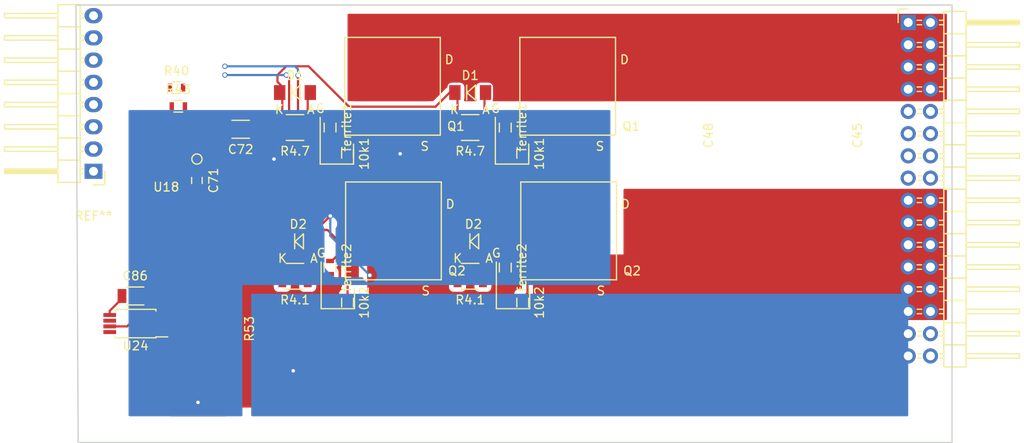
<source format=kicad_pcb>
(kicad_pcb (version 20171130) (host pcbnew "(5.1.12)-1")

  (general
    (thickness 1.6)
    (drawings 6)
    (tracks 160)
    (zones 0)
    (modules 32)
    (nets 19)
  )

  (page A4)
  (layers
    (0 F.Cu signal)
    (1 In1.Cu signal)
    (2 In2.Cu signal)
    (31 B.Cu signal)
    (32 B.Adhes user hide)
    (33 F.Adhes user hide)
    (34 B.Paste user hide)
    (35 F.Paste user hide)
    (36 B.SilkS user hide)
    (37 F.SilkS user hide)
    (38 B.Mask user hide)
    (39 F.Mask user hide)
    (40 Dwgs.User user hide)
    (41 Cmts.User user hide)
    (42 Eco1.User user hide)
    (43 Eco2.User user hide)
    (44 Edge.Cuts user)
    (45 Margin user hide)
    (46 B.CrtYd user hide)
    (47 F.CrtYd user hide)
    (48 B.Fab user hide)
    (49 F.Fab user hide)
  )

  (setup
    (last_trace_width 0.25)
    (user_trace_width 0.3)
    (user_trace_width 0.5)
    (trace_clearance 0.2)
    (zone_clearance 0.508)
    (zone_45_only no)
    (trace_min 0.2)
    (via_size 0.6)
    (via_drill 0.4)
    (via_min_size 0.4)
    (via_min_drill 0.3)
    (uvia_size 0.3)
    (uvia_drill 0.1)
    (uvias_allowed no)
    (uvia_min_size 0.2)
    (uvia_min_drill 0.1)
    (edge_width 0.15)
    (segment_width 0.2)
    (pcb_text_width 0.3)
    (pcb_text_size 1.5 1.5)
    (mod_edge_width 0.15)
    (mod_text_size 1 1)
    (mod_text_width 0.15)
    (pad_size 2.7 6.2)
    (pad_drill 0)
    (pad_to_mask_clearance 0.2)
    (aux_axis_origin 0 0)
    (visible_elements 7FFFFF7F)
    (pcbplotparams
      (layerselection 0x00030_80000001)
      (usegerberextensions false)
      (usegerberattributes true)
      (usegerberadvancedattributes true)
      (creategerberjobfile true)
      (excludeedgelayer true)
      (linewidth 0.100000)
      (plotframeref false)
      (viasonmask false)
      (mode 1)
      (useauxorigin false)
      (hpglpennumber 1)
      (hpglpenspeed 20)
      (hpglpendiameter 15.000000)
      (psnegative false)
      (psa4output false)
      (plotreference true)
      (plotvalue true)
      (plotinvisibletext false)
      (padsonsilk false)
      (subtractmaskfromsilk false)
      (outputformat 1)
      (mirror false)
      (drillshape 1)
      (scaleselection 1)
      (outputdirectory ""))
  )

  (net 0 "")
  (net 1 GND)
  (net 2 "Net-(10k1-Pad1)")
  (net 3 "Net-(10k2-Pad1)")
  (net 4 "Net-(C69-Pad1)")
  (net 5 "Net-(C72-Pad2)")
  (net 6 "Net-(C86-Pad1)")
  (net 7 "Net-(D1-Pad2)")
  (net 8 "Net-(D2-Pad2)")
  (net 9 /connector/CurrentA)
  (net 10 "Net-(U24-Pad1)")
  (net 11 /Ti_120vgate/phase_a_in)
  (net 12 /mosfet/VBUS)
  (net 13 /Ti_120vgate/H1)
  (net 14 /Ti_120vgate/L1)
  (net 15 /connector/Vsense_a)
  (net 16 /Ti_120vgate/PWM_H1)
  (net 17 /Ti_120vgate/PWM_L1)
  (net 18 "Net-(P5-Pad1)")

  (net_class Default "This is the default net class."
    (clearance 0.2)
    (trace_width 0.25)
    (via_dia 0.6)
    (via_drill 0.4)
    (uvia_dia 0.3)
    (uvia_drill 0.1)
    (add_net /Ti_120vgate/H1)
    (add_net /Ti_120vgate/L1)
    (add_net /Ti_120vgate/PWM_H1)
    (add_net /Ti_120vgate/PWM_L1)
    (add_net /Ti_120vgate/phase_a_in)
    (add_net /connector/CurrentA)
    (add_net /connector/Vsense_a)
    (add_net /mosfet/VBUS)
    (add_net GND)
    (add_net "Net-(10k1-Pad1)")
    (add_net "Net-(10k2-Pad1)")
    (add_net "Net-(C69-Pad1)")
    (add_net "Net-(C72-Pad2)")
    (add_net "Net-(C86-Pad1)")
    (add_net "Net-(D1-Pad2)")
    (add_net "Net-(D2-Pad2)")
    (add_net "Net-(P5-Pad1)")
    (add_net "Net-(U24-Pad1)")
  )

  (module Resistors_SMD:R_1210 (layer F.Cu) (tedit 58307C54) (tstamp 5848588F)
    (at 140 55 180)
    (descr "Resistor SMD 1210, reflow soldering, Vishay (see dcrcw.pdf)")
    (tags "resistor 1210")
    (path /581BAE74/581BBD39)
    (attr smd)
    (fp_text reference R4.1 (at 0 -2.7 180) (layer F.SilkS)
      (effects (font (size 1 1) (thickness 0.15)))
    )
    (fp_text value R_Small (at 0 2.7 180) (layer F.Fab)
      (effects (font (size 1 1) (thickness 0.15)))
    )
    (fp_line (start -1 -1.475) (end 1 -1.475) (layer F.SilkS) (width 0.15))
    (fp_line (start 1 1.475) (end -1 1.475) (layer F.SilkS) (width 0.15))
    (fp_line (start 2.2 -1.6) (end 2.2 1.6) (layer F.CrtYd) (width 0.05))
    (fp_line (start -2.2 -1.6) (end -2.2 1.6) (layer F.CrtYd) (width 0.05))
    (fp_line (start -2.2 1.6) (end 2.2 1.6) (layer F.CrtYd) (width 0.05))
    (fp_line (start -2.2 -1.6) (end 2.2 -1.6) (layer F.CrtYd) (width 0.05))
    (fp_line (start -1.6 -1.25) (end 1.6 -1.25) (layer F.Fab) (width 0.1))
    (fp_line (start 1.6 -1.25) (end 1.6 1.25) (layer F.Fab) (width 0.1))
    (fp_line (start 1.6 1.25) (end -1.6 1.25) (layer F.Fab) (width 0.1))
    (fp_line (start -1.6 1.25) (end -1.6 -1.25) (layer F.Fab) (width 0.1))
    (pad 1 smd rect (at -1.45 0 180) (size 0.9 2.5) (layers F.Cu F.Paste F.Mask)
      (net 8 "Net-(D2-Pad2)"))
    (pad 2 smd rect (at 1.45 0 180) (size 0.9 2.5) (layers F.Cu F.Paste F.Mask)
      (net 14 /Ti_120vgate/L1))
    (model Resistors_SMD.3dshapes/R_1210.wrl
      (at (xyz 0 0 0))
      (scale (xyz 1 1 1))
      (rotate (xyz 0 0 0))
    )
  )

  (module Resistors_SMD:R_0603 (layer F.Cu) (tedit 58307A47) (tstamp 5848586A)
    (at 144 54 270)
    (descr "Resistor SMD 0603, reflow soldering, Vishay (see dcrcw.pdf)")
    (tags "resistor 0603")
    (path /581BAE74/581BBD33)
    (attr smd)
    (fp_text reference ferrite2 (at 0 -1.9 270) (layer F.SilkS)
      (effects (font (size 1 1) (thickness 0.15)))
    )
    (fp_text value R_Small (at 0 1.9 270) (layer F.Fab)
      (effects (font (size 1 1) (thickness 0.15)))
    )
    (fp_line (start -0.5 -0.675) (end 0.5 -0.675) (layer F.SilkS) (width 0.15))
    (fp_line (start 0.5 0.675) (end -0.5 0.675) (layer F.SilkS) (width 0.15))
    (fp_line (start 1.3 -0.8) (end 1.3 0.8) (layer F.CrtYd) (width 0.05))
    (fp_line (start -1.3 -0.8) (end -1.3 0.8) (layer F.CrtYd) (width 0.05))
    (fp_line (start -1.3 0.8) (end 1.3 0.8) (layer F.CrtYd) (width 0.05))
    (fp_line (start -1.3 -0.8) (end 1.3 -0.8) (layer F.CrtYd) (width 0.05))
    (fp_line (start -0.8 -0.4) (end 0.8 -0.4) (layer F.Fab) (width 0.1))
    (fp_line (start 0.8 -0.4) (end 0.8 0.4) (layer F.Fab) (width 0.1))
    (fp_line (start 0.8 0.4) (end -0.8 0.4) (layer F.Fab) (width 0.1))
    (fp_line (start -0.8 0.4) (end -0.8 -0.4) (layer F.Fab) (width 0.1))
    (pad 1 smd rect (at -0.75 0 270) (size 0.5 0.9) (layers F.Cu F.Paste F.Mask)
      (net 3 "Net-(10k2-Pad1)"))
    (pad 2 smd rect (at 0.75 0 270) (size 0.5 0.9) (layers F.Cu F.Paste F.Mask)
      (net 8 "Net-(D2-Pad2)"))
    (model Resistors_SMD.3dshapes/R_0603.wrl
      (at (xyz 0 0 0))
      (scale (xyz 1 1 1))
      (rotate (xyz 0 0 0))
    )
  )

  (module Resistors_SMD:R_1210 (layer F.Cu) (tedit 58307C54) (tstamp 58485845)
    (at 140 38 180)
    (descr "Resistor SMD 1210, reflow soldering, Vishay (see dcrcw.pdf)")
    (tags "resistor 1210")
    (path /581BAE74/581BB7A6)
    (attr smd)
    (fp_text reference R4.7 (at 0 -2.7 180) (layer F.SilkS)
      (effects (font (size 1 1) (thickness 0.15)))
    )
    (fp_text value R_Small (at 0 2.7 180) (layer F.Fab)
      (effects (font (size 1 1) (thickness 0.15)))
    )
    (fp_line (start -1 -1.475) (end 1 -1.475) (layer F.SilkS) (width 0.15))
    (fp_line (start 1 1.475) (end -1 1.475) (layer F.SilkS) (width 0.15))
    (fp_line (start 2.2 -1.6) (end 2.2 1.6) (layer F.CrtYd) (width 0.05))
    (fp_line (start -2.2 -1.6) (end -2.2 1.6) (layer F.CrtYd) (width 0.05))
    (fp_line (start -2.2 1.6) (end 2.2 1.6) (layer F.CrtYd) (width 0.05))
    (fp_line (start -2.2 -1.6) (end 2.2 -1.6) (layer F.CrtYd) (width 0.05))
    (fp_line (start -1.6 -1.25) (end 1.6 -1.25) (layer F.Fab) (width 0.1))
    (fp_line (start 1.6 -1.25) (end 1.6 1.25) (layer F.Fab) (width 0.1))
    (fp_line (start 1.6 1.25) (end -1.6 1.25) (layer F.Fab) (width 0.1))
    (fp_line (start -1.6 1.25) (end -1.6 -1.25) (layer F.Fab) (width 0.1))
    (pad 1 smd rect (at -1.45 0 180) (size 0.9 2.5) (layers F.Cu F.Paste F.Mask)
      (net 7 "Net-(D1-Pad2)"))
    (pad 2 smd rect (at 1.45 0 180) (size 0.9 2.5) (layers F.Cu F.Paste F.Mask)
      (net 13 /Ti_120vgate/H1))
    (model Resistors_SMD.3dshapes/R_1210.wrl
      (at (xyz 0 0 0))
      (scale (xyz 1 1 1))
      (rotate (xyz 0 0 0))
    )
  )

  (module Resistors_SMD:R_0603 (layer F.Cu) (tedit 58307A47) (tstamp 58485836)
    (at 144 38 270)
    (descr "Resistor SMD 0603, reflow soldering, Vishay (see dcrcw.pdf)")
    (tags "resistor 0603")
    (path /581BAE74/581BB777)
    (attr smd)
    (fp_text reference ferrite1 (at 0 -1.9 270) (layer F.SilkS)
      (effects (font (size 1 1) (thickness 0.15)))
    )
    (fp_text value R_Small (at 0 1.9 270) (layer F.Fab)
      (effects (font (size 1 1) (thickness 0.15)))
    )
    (fp_line (start -0.5 -0.675) (end 0.5 -0.675) (layer F.SilkS) (width 0.15))
    (fp_line (start 0.5 0.675) (end -0.5 0.675) (layer F.SilkS) (width 0.15))
    (fp_line (start 1.3 -0.8) (end 1.3 0.8) (layer F.CrtYd) (width 0.05))
    (fp_line (start -1.3 -0.8) (end -1.3 0.8) (layer F.CrtYd) (width 0.05))
    (fp_line (start -1.3 0.8) (end 1.3 0.8) (layer F.CrtYd) (width 0.05))
    (fp_line (start -1.3 -0.8) (end 1.3 -0.8) (layer F.CrtYd) (width 0.05))
    (fp_line (start -0.8 -0.4) (end 0.8 -0.4) (layer F.Fab) (width 0.1))
    (fp_line (start 0.8 -0.4) (end 0.8 0.4) (layer F.Fab) (width 0.1))
    (fp_line (start 0.8 0.4) (end -0.8 0.4) (layer F.Fab) (width 0.1))
    (fp_line (start -0.8 0.4) (end -0.8 -0.4) (layer F.Fab) (width 0.1))
    (pad 1 smd rect (at -0.75 0 270) (size 0.5 0.9) (layers F.Cu F.Paste F.Mask)
      (net 2 "Net-(10k1-Pad1)"))
    (pad 2 smd rect (at 0.75 0 270) (size 0.5 0.9) (layers F.Cu F.Paste F.Mask)
      (net 7 "Net-(D1-Pad2)"))
    (model Resistors_SMD.3dshapes/R_0603.wrl
      (at (xyz 0 0 0))
      (scale (xyz 1 1 1))
      (rotate (xyz 0 0 0))
    )
  )

  (module Resistors_SMD:R_0603 (layer F.Cu) (tedit 58307A47) (tstamp 58485827)
    (at 146 58 270)
    (descr "Resistor SMD 0603, reflow soldering, Vishay (see dcrcw.pdf)")
    (tags "resistor 0603")
    (path /581BAE74/581BBD2D)
    (attr smd)
    (fp_text reference 10k2 (at 0 -1.9 270) (layer F.SilkS)
      (effects (font (size 1 1) (thickness 0.15)))
    )
    (fp_text value R_Small (at 0 1.9 270) (layer F.Fab)
      (effects (font (size 1 1) (thickness 0.15)))
    )
    (fp_line (start -0.5 -0.675) (end 0.5 -0.675) (layer F.SilkS) (width 0.15))
    (fp_line (start 0.5 0.675) (end -0.5 0.675) (layer F.SilkS) (width 0.15))
    (fp_line (start 1.3 -0.8) (end 1.3 0.8) (layer F.CrtYd) (width 0.05))
    (fp_line (start -1.3 -0.8) (end -1.3 0.8) (layer F.CrtYd) (width 0.05))
    (fp_line (start -1.3 0.8) (end 1.3 0.8) (layer F.CrtYd) (width 0.05))
    (fp_line (start -1.3 -0.8) (end 1.3 -0.8) (layer F.CrtYd) (width 0.05))
    (fp_line (start -0.8 -0.4) (end 0.8 -0.4) (layer F.Fab) (width 0.1))
    (fp_line (start 0.8 -0.4) (end 0.8 0.4) (layer F.Fab) (width 0.1))
    (fp_line (start 0.8 0.4) (end -0.8 0.4) (layer F.Fab) (width 0.1))
    (fp_line (start -0.8 0.4) (end -0.8 -0.4) (layer F.Fab) (width 0.1))
    (pad 1 smd rect (at -0.75 0 270) (size 0.5 0.9) (layers F.Cu F.Paste F.Mask)
      (net 3 "Net-(10k2-Pad1)"))
    (pad 2 smd rect (at 0.75 0 270) (size 0.5 0.9) (layers F.Cu F.Paste F.Mask)
      (net 1 GND))
    (model Resistors_SMD.3dshapes/R_0603.wrl
      (at (xyz 0 0 0))
      (scale (xyz 1 1 1))
      (rotate (xyz 0 0 0))
    )
  )

  (module Resistors_SMD:R_0603 (layer F.Cu) (tedit 58307A47) (tstamp 58485818)
    (at 146 41 270)
    (descr "Resistor SMD 0603, reflow soldering, Vishay (see dcrcw.pdf)")
    (tags "resistor 0603")
    (path /581BAE74/581BB70C)
    (attr smd)
    (fp_text reference 10k1 (at 0 -1.9 270) (layer F.SilkS)
      (effects (font (size 1 1) (thickness 0.15)))
    )
    (fp_text value R_Small (at 0 1.9 270) (layer F.Fab)
      (effects (font (size 1 1) (thickness 0.15)))
    )
    (fp_line (start -0.5 -0.675) (end 0.5 -0.675) (layer F.SilkS) (width 0.15))
    (fp_line (start 0.5 0.675) (end -0.5 0.675) (layer F.SilkS) (width 0.15))
    (fp_line (start 1.3 -0.8) (end 1.3 0.8) (layer F.CrtYd) (width 0.05))
    (fp_line (start -1.3 -0.8) (end -1.3 0.8) (layer F.CrtYd) (width 0.05))
    (fp_line (start -1.3 0.8) (end 1.3 0.8) (layer F.CrtYd) (width 0.05))
    (fp_line (start -1.3 -0.8) (end 1.3 -0.8) (layer F.CrtYd) (width 0.05))
    (fp_line (start -0.8 -0.4) (end 0.8 -0.4) (layer F.Fab) (width 0.1))
    (fp_line (start 0.8 -0.4) (end 0.8 0.4) (layer F.Fab) (width 0.1))
    (fp_line (start 0.8 0.4) (end -0.8 0.4) (layer F.Fab) (width 0.1))
    (fp_line (start -0.8 0.4) (end -0.8 -0.4) (layer F.Fab) (width 0.1))
    (pad 1 smd rect (at -0.75 0 270) (size 0.5 0.9) (layers F.Cu F.Paste F.Mask)
      (net 2 "Net-(10k1-Pad1)"))
    (pad 2 smd rect (at 0.75 0 270) (size 0.5 0.9) (layers F.Cu F.Paste F.Mask)
      (net 11 /Ti_120vgate/phase_a_in))
    (model Resistors_SMD.3dshapes/R_0603.wrl
      (at (xyz 0 0 0))
      (scale (xyz 1 1 1))
      (rotate (xyz 0 0 0))
    )
  )

  (module library_new:P-PG-HSOF-08 (layer F.Cu) (tedit 57AF3185) (tstamp 58485808)
    (at 151.111 49.809)
    (path /581BAE74/581BB156)
    (fp_text reference Q2 (at 7.366 4.572) (layer F.SilkS)
      (effects (font (size 1 1) (thickness 0.15)))
    )
    (fp_text value FDMT-800 (at -0.4064 -6.4516) (layer F.Fab)
      (effects (font (size 1 1) (thickness 0.15)))
    )
    (fp_line (start -5.334 5.588) (end -5.334 -5.588) (layer F.SilkS) (width 0.15))
    (fp_line (start 5.588 5.588) (end -5.334 5.588) (layer F.SilkS) (width 0.15))
    (fp_line (start 5.588 -5.588) (end 5.588 5.588) (layer F.SilkS) (width 0.15))
    (fp_line (start -5.334 -5.588) (end 5.588 -5.588) (layer F.SilkS) (width 0.15))
    (fp_line (start -8.128 8.89) (end -8.128 3.556) (layer F.SilkS) (width 0.15))
    (fp_line (start -4.318 8.89) (end -8.128 8.89) (layer F.SilkS) (width 0.15))
    (fp_line (start -4.318 6.604) (end -4.318 8.89) (layer F.SilkS) (width 0.15))
    (fp_text user D (at 6.604 -3.048) (layer F.SilkS)
      (effects (font (size 1 1) (thickness 0.15)))
    )
    (fp_text user S (at 3.81 6.858) (layer F.SilkS)
      (effects (font (size 1 1) (thickness 0.15)))
    )
    (fp_text user G (at -8.128 2.54) (layer F.SilkS)
      (effects (font (size 1 1) (thickness 0.15)))
    )
    (pad 2 smd rect (at 0.889 4.191) (size 7.5 2.5) (layers F.Cu F.Paste F.Mask)
      (net 1 GND))
    (pad 3 smd rect (at -4.572 4.191) (size 1.5 2.5) (layers F.Cu F.Paste F.Mask)
      (net 3 "Net-(10k2-Pad1)"))
    (pad 1 smd rect (at 0 -2.286) (size 8.5 8) (layers F.Cu F.Paste F.Mask)
      (net 11 /Ti_120vgate/phase_a_in))
  )

  (module library_new:P-PG-HSOF-08 (layer F.Cu) (tedit 57AF3185) (tstamp 584857F8)
    (at 151 33.286)
    (path /581BAE74/581BAE7D)
    (fp_text reference Q1 (at 7.366 4.572) (layer F.SilkS)
      (effects (font (size 1 1) (thickness 0.15)))
    )
    (fp_text value FDMT-800 (at -0.4064 -6.4516) (layer F.Fab)
      (effects (font (size 1 1) (thickness 0.15)))
    )
    (fp_line (start -5.334 5.588) (end -5.334 -5.588) (layer F.SilkS) (width 0.15))
    (fp_line (start 5.588 5.588) (end -5.334 5.588) (layer F.SilkS) (width 0.15))
    (fp_line (start 5.588 -5.588) (end 5.588 5.588) (layer F.SilkS) (width 0.15))
    (fp_line (start -5.334 -5.588) (end 5.588 -5.588) (layer F.SilkS) (width 0.15))
    (fp_line (start -8.128 8.89) (end -8.128 3.556) (layer F.SilkS) (width 0.15))
    (fp_line (start -4.318 8.89) (end -8.128 8.89) (layer F.SilkS) (width 0.15))
    (fp_line (start -4.318 6.604) (end -4.318 8.89) (layer F.SilkS) (width 0.15))
    (fp_text user D (at 6.604 -3.048) (layer F.SilkS)
      (effects (font (size 1 1) (thickness 0.15)))
    )
    (fp_text user S (at 3.81 6.858) (layer F.SilkS)
      (effects (font (size 1 1) (thickness 0.15)))
    )
    (fp_text user G (at -8.128 2.54) (layer F.SilkS)
      (effects (font (size 1 1) (thickness 0.15)))
    )
    (pad 2 smd rect (at 0.889 4.191) (size 7.5 2.5) (layers F.Cu F.Paste F.Mask)
      (net 11 /Ti_120vgate/phase_a_in))
    (pad 3 smd rect (at -4.572 4.191) (size 1.5 2.5) (layers F.Cu F.Paste F.Mask)
      (net 2 "Net-(10k1-Pad1)"))
    (pad 1 smd rect (at 0 -2.286) (size 8.5 8) (layers F.Cu F.Paste F.Mask)
      (net 12 /mosfet/VBUS))
  )

  (module Resistors_SMD:R_0603 (layer F.Cu) (tedit 58307A47) (tstamp 58482F5A)
    (at 126 41 270)
    (descr "Resistor SMD 0603, reflow soldering, Vishay (see dcrcw.pdf)")
    (tags "resistor 0603")
    (path /581BAE74/581BB70C)
    (attr smd)
    (fp_text reference 10k1 (at 0 -1.9 270) (layer F.SilkS)
      (effects (font (size 1 1) (thickness 0.15)))
    )
    (fp_text value R_Small (at 0 1.9 270) (layer F.Fab)
      (effects (font (size 1 1) (thickness 0.15)))
    )
    (fp_line (start -0.5 -0.675) (end 0.5 -0.675) (layer F.SilkS) (width 0.15))
    (fp_line (start 0.5 0.675) (end -0.5 0.675) (layer F.SilkS) (width 0.15))
    (fp_line (start 1.3 -0.8) (end 1.3 0.8) (layer F.CrtYd) (width 0.05))
    (fp_line (start -1.3 -0.8) (end -1.3 0.8) (layer F.CrtYd) (width 0.05))
    (fp_line (start -1.3 0.8) (end 1.3 0.8) (layer F.CrtYd) (width 0.05))
    (fp_line (start -1.3 -0.8) (end 1.3 -0.8) (layer F.CrtYd) (width 0.05))
    (fp_line (start -0.8 -0.4) (end 0.8 -0.4) (layer F.Fab) (width 0.1))
    (fp_line (start 0.8 -0.4) (end 0.8 0.4) (layer F.Fab) (width 0.1))
    (fp_line (start 0.8 0.4) (end -0.8 0.4) (layer F.Fab) (width 0.1))
    (fp_line (start -0.8 0.4) (end -0.8 -0.4) (layer F.Fab) (width 0.1))
    (pad 1 smd rect (at -0.75 0 270) (size 0.5 0.9) (layers F.Cu F.Paste F.Mask)
      (net 2 "Net-(10k1-Pad1)"))
    (pad 2 smd rect (at 0.75 0 270) (size 0.5 0.9) (layers F.Cu F.Paste F.Mask)
      (net 11 /Ti_120vgate/phase_a_in))
    (model Resistors_SMD.3dshapes/R_0603.wrl
      (at (xyz 0 0 0))
      (scale (xyz 1 1 1))
      (rotate (xyz 0 0 0))
    )
  )

  (module Resistors_SMD:R_0603 (layer F.Cu) (tedit 58307A47) (tstamp 58482F6A)
    (at 126 58 270)
    (descr "Resistor SMD 0603, reflow soldering, Vishay (see dcrcw.pdf)")
    (tags "resistor 0603")
    (path /581BAE74/581BBD2D)
    (attr smd)
    (fp_text reference 10k2 (at 0 -1.9 270) (layer F.SilkS)
      (effects (font (size 1 1) (thickness 0.15)))
    )
    (fp_text value R_Small (at 0 1.9 270) (layer F.Fab)
      (effects (font (size 1 1) (thickness 0.15)))
    )
    (fp_line (start -0.5 -0.675) (end 0.5 -0.675) (layer F.SilkS) (width 0.15))
    (fp_line (start 0.5 0.675) (end -0.5 0.675) (layer F.SilkS) (width 0.15))
    (fp_line (start 1.3 -0.8) (end 1.3 0.8) (layer F.CrtYd) (width 0.05))
    (fp_line (start -1.3 -0.8) (end -1.3 0.8) (layer F.CrtYd) (width 0.05))
    (fp_line (start -1.3 0.8) (end 1.3 0.8) (layer F.CrtYd) (width 0.05))
    (fp_line (start -1.3 -0.8) (end 1.3 -0.8) (layer F.CrtYd) (width 0.05))
    (fp_line (start -0.8 -0.4) (end 0.8 -0.4) (layer F.Fab) (width 0.1))
    (fp_line (start 0.8 -0.4) (end 0.8 0.4) (layer F.Fab) (width 0.1))
    (fp_line (start 0.8 0.4) (end -0.8 0.4) (layer F.Fab) (width 0.1))
    (fp_line (start -0.8 0.4) (end -0.8 -0.4) (layer F.Fab) (width 0.1))
    (pad 1 smd rect (at -0.75 0 270) (size 0.5 0.9) (layers F.Cu F.Paste F.Mask)
      (net 3 "Net-(10k2-Pad1)"))
    (pad 2 smd rect (at 0.75 0 270) (size 0.5 0.9) (layers F.Cu F.Paste F.Mask)
      (net 1 GND))
    (model Resistors_SMD.3dshapes/R_0603.wrl
      (at (xyz 0 0 0))
      (scale (xyz 1 1 1))
      (rotate (xyz 0 0 0))
    )
  )

  (module library_new:cap_6065 (layer F.Cu) (tedit 58396034) (tstamp 58482FCC)
    (at 182 39 90)
    (path /581BAE74/583A3566)
    (fp_text reference C45 (at 0.1 2.2 90) (layer F.SilkS)
      (effects (font (size 1 1) (thickness 0.15)))
    )
    (fp_text value 4.7uf (at 0 -3.5 90) (layer F.Fab)
      (effects (font (size 1 1) (thickness 0.15)))
    )
    (pad 1 smd rect (at -8.1 0 90) (size 3.6 14.6) (layers F.Cu F.Paste F.Mask)
      (net 1 GND))
    (pad 2 smd rect (at 8.1 0 90) (size 3.6 14.6) (layers F.Cu F.Paste F.Mask)
      (net 12 /mosfet/VBUS))
  )

  (module library_new:cap_6065 (layer F.Cu) (tedit 58396034) (tstamp 58482FDE)
    (at 165 39 90)
    (path /581BAE74/583A38AE)
    (fp_text reference C48 (at 0.1 2.2 90) (layer F.SilkS)
      (effects (font (size 1 1) (thickness 0.15)))
    )
    (fp_text value 4.7uf (at 0 -3.5 90) (layer F.Fab)
      (effects (font (size 1 1) (thickness 0.15)))
    )
    (pad 1 smd rect (at -8.1 0 90) (size 3.6 14.6) (layers F.Cu F.Paste F.Mask)
      (net 1 GND))
    (pad 2 smd rect (at 8.1 0 90) (size 3.6 14.6) (layers F.Cu F.Paste F.Mask)
      (net 12 /mosfet/VBUS))
  )

  (module Capacitors_SMD:C_0603_HandSoldering (layer F.Cu) (tedit 541A9B4D) (tstamp 5848300E)
    (at 108.8 44.05 270)
    (descr "Capacitor SMD 0603, hand soldering")
    (tags "capacitor 0603")
    (path /58369D26/5836A9D9)
    (attr smd)
    (fp_text reference C71 (at 0 -1.9 270) (layer F.SilkS)
      (effects (font (size 1 1) (thickness 0.15)))
    )
    (fp_text value 1uf (at 0 1.9 270) (layer F.Fab)
      (effects (font (size 1 1) (thickness 0.15)))
    )
    (fp_line (start 0.35 0.6) (end -0.35 0.6) (layer F.SilkS) (width 0.15))
    (fp_line (start -0.35 -0.6) (end 0.35 -0.6) (layer F.SilkS) (width 0.15))
    (fp_line (start 1.85 -0.75) (end 1.85 0.75) (layer F.CrtYd) (width 0.05))
    (fp_line (start -1.85 -0.75) (end -1.85 0.75) (layer F.CrtYd) (width 0.05))
    (fp_line (start -1.85 0.75) (end 1.85 0.75) (layer F.CrtYd) (width 0.05))
    (fp_line (start -1.85 -0.75) (end 1.85 -0.75) (layer F.CrtYd) (width 0.05))
    (fp_line (start -0.8 -0.4) (end 0.8 -0.4) (layer F.Fab) (width 0.15))
    (fp_line (start 0.8 -0.4) (end 0.8 0.4) (layer F.Fab) (width 0.15))
    (fp_line (start 0.8 0.4) (end -0.8 0.4) (layer F.Fab) (width 0.15))
    (fp_line (start -0.8 0.4) (end -0.8 -0.4) (layer F.Fab) (width 0.15))
    (pad 1 smd rect (at -0.95 0 270) (size 1.2 0.75) (layers F.Cu F.Paste F.Mask)
      (net 4 "Net-(C69-Pad1)"))
    (pad 2 smd rect (at 0.95 0 270) (size 1.2 0.75) (layers F.Cu F.Paste F.Mask)
      (net 1 GND))
    (model Capacitors_SMD.3dshapes/C_0603_HandSoldering.wrl
      (at (xyz 0 0 0))
      (scale (xyz 1 1 1))
      (rotate (xyz 0 0 0))
    )
  )

  (module Capacitors_SMD:C_1206 (layer F.Cu) (tedit 5415D7BD) (tstamp 5848301E)
    (at 113.8 38.2 180)
    (descr "Capacitor SMD 1206, reflow soldering, AVX (see smccp.pdf)")
    (tags "capacitor 1206")
    (path /58369D26/5836A2CD)
    (attr smd)
    (fp_text reference C72 (at 0 -2.3 180) (layer F.SilkS)
      (effects (font (size 1 1) (thickness 0.15)))
    )
    (fp_text value 0.1uf (at 0 2.3 180) (layer F.Fab)
      (effects (font (size 1 1) (thickness 0.15)))
    )
    (fp_line (start -1 1.025) (end 1 1.025) (layer F.SilkS) (width 0.15))
    (fp_line (start 1 -1.025) (end -1 -1.025) (layer F.SilkS) (width 0.15))
    (fp_line (start 2.3 -1.15) (end 2.3 1.15) (layer F.CrtYd) (width 0.05))
    (fp_line (start -2.3 -1.15) (end -2.3 1.15) (layer F.CrtYd) (width 0.05))
    (fp_line (start -2.3 1.15) (end 2.3 1.15) (layer F.CrtYd) (width 0.05))
    (fp_line (start -2.3 -1.15) (end 2.3 -1.15) (layer F.CrtYd) (width 0.05))
    (fp_line (start -1.6 -0.8) (end 1.6 -0.8) (layer F.Fab) (width 0.15))
    (fp_line (start 1.6 -0.8) (end 1.6 0.8) (layer F.Fab) (width 0.15))
    (fp_line (start 1.6 0.8) (end -1.6 0.8) (layer F.Fab) (width 0.15))
    (fp_line (start -1.6 0.8) (end -1.6 -0.8) (layer F.Fab) (width 0.15))
    (pad 1 smd rect (at -1.5 0 180) (size 1 1.6) (layers F.Cu F.Paste F.Mask)
      (net 11 /Ti_120vgate/phase_a_in))
    (pad 2 smd rect (at 1.5 0 180) (size 1 1.6) (layers F.Cu F.Paste F.Mask)
      (net 5 "Net-(C72-Pad2)"))
    (model Capacitors_SMD.3dshapes/C_1206.wrl
      (at (xyz 0 0 0))
      (scale (xyz 1 1 1))
      (rotate (xyz 0 0 0))
    )
  )

  (module Capacitors_SMD:C_1206 (layer F.Cu) (tedit 5415D7BD) (tstamp 584830FE)
    (at 101.75 57.25)
    (descr "Capacitor SMD 1206, reflow soldering, AVX (see smccp.pdf)")
    (tags "capacitor 1206")
    (path /583A549A/583A5556)
    (attr smd)
    (fp_text reference C86 (at 0 -2.3) (layer F.SilkS)
      (effects (font (size 1 1) (thickness 0.15)))
    )
    (fp_text value 0.1uf (at 0 2.3) (layer F.Fab)
      (effects (font (size 1 1) (thickness 0.15)))
    )
    (fp_line (start -1 1.025) (end 1 1.025) (layer F.SilkS) (width 0.15))
    (fp_line (start 1 -1.025) (end -1 -1.025) (layer F.SilkS) (width 0.15))
    (fp_line (start 2.3 -1.15) (end 2.3 1.15) (layer F.CrtYd) (width 0.05))
    (fp_line (start -2.3 -1.15) (end -2.3 1.15) (layer F.CrtYd) (width 0.05))
    (fp_line (start -2.3 1.15) (end 2.3 1.15) (layer F.CrtYd) (width 0.05))
    (fp_line (start -2.3 -1.15) (end 2.3 -1.15) (layer F.CrtYd) (width 0.05))
    (fp_line (start -1.6 -0.8) (end 1.6 -0.8) (layer F.Fab) (width 0.15))
    (fp_line (start 1.6 -0.8) (end 1.6 0.8) (layer F.Fab) (width 0.15))
    (fp_line (start 1.6 0.8) (end -1.6 0.8) (layer F.Fab) (width 0.15))
    (fp_line (start -1.6 0.8) (end -1.6 -0.8) (layer F.Fab) (width 0.15))
    (pad 1 smd rect (at -1.5 0) (size 1 1.6) (layers F.Cu F.Paste F.Mask)
      (net 6 "Net-(C86-Pad1)"))
    (pad 2 smd rect (at 1.5 0) (size 1 1.6) (layers F.Cu F.Paste F.Mask)
      (net 1 GND))
    (model Capacitors_SMD.3dshapes/C_1206.wrl
      (at (xyz 0 0 0))
      (scale (xyz 1 1 1))
      (rotate (xyz 0 0 0))
    )
  )

  (module Resistors_SMD:R_0603 (layer F.Cu) (tedit 58307A47) (tstamp 5848334F)
    (at 124 38 270)
    (descr "Resistor SMD 0603, reflow soldering, Vishay (see dcrcw.pdf)")
    (tags "resistor 0603")
    (path /581BAE74/581BB777)
    (attr smd)
    (fp_text reference ferrite1 (at 0 -1.9 270) (layer F.SilkS)
      (effects (font (size 1 1) (thickness 0.15)))
    )
    (fp_text value R_Small (at 0 1.9 270) (layer F.Fab)
      (effects (font (size 1 1) (thickness 0.15)))
    )
    (fp_line (start -0.5 -0.675) (end 0.5 -0.675) (layer F.SilkS) (width 0.15))
    (fp_line (start 0.5 0.675) (end -0.5 0.675) (layer F.SilkS) (width 0.15))
    (fp_line (start 1.3 -0.8) (end 1.3 0.8) (layer F.CrtYd) (width 0.05))
    (fp_line (start -1.3 -0.8) (end -1.3 0.8) (layer F.CrtYd) (width 0.05))
    (fp_line (start -1.3 0.8) (end 1.3 0.8) (layer F.CrtYd) (width 0.05))
    (fp_line (start -1.3 -0.8) (end 1.3 -0.8) (layer F.CrtYd) (width 0.05))
    (fp_line (start -0.8 -0.4) (end 0.8 -0.4) (layer F.Fab) (width 0.1))
    (fp_line (start 0.8 -0.4) (end 0.8 0.4) (layer F.Fab) (width 0.1))
    (fp_line (start 0.8 0.4) (end -0.8 0.4) (layer F.Fab) (width 0.1))
    (fp_line (start -0.8 0.4) (end -0.8 -0.4) (layer F.Fab) (width 0.1))
    (pad 1 smd rect (at -0.75 0 270) (size 0.5 0.9) (layers F.Cu F.Paste F.Mask)
      (net 2 "Net-(10k1-Pad1)"))
    (pad 2 smd rect (at 0.75 0 270) (size 0.5 0.9) (layers F.Cu F.Paste F.Mask)
      (net 7 "Net-(D1-Pad2)"))
    (model Resistors_SMD.3dshapes/R_0603.wrl
      (at (xyz 0 0 0))
      (scale (xyz 1 1 1))
      (rotate (xyz 0 0 0))
    )
  )

  (module Resistors_SMD:R_0603 (layer F.Cu) (tedit 58307A47) (tstamp 5848335F)
    (at 124 54 270)
    (descr "Resistor SMD 0603, reflow soldering, Vishay (see dcrcw.pdf)")
    (tags "resistor 0603")
    (path /581BAE74/581BBD33)
    (attr smd)
    (fp_text reference ferrite2 (at 0 -1.9 270) (layer F.SilkS)
      (effects (font (size 1 1) (thickness 0.15)))
    )
    (fp_text value R_Small (at 0 1.9 270) (layer F.Fab)
      (effects (font (size 1 1) (thickness 0.15)))
    )
    (fp_line (start -0.5 -0.675) (end 0.5 -0.675) (layer F.SilkS) (width 0.15))
    (fp_line (start 0.5 0.675) (end -0.5 0.675) (layer F.SilkS) (width 0.15))
    (fp_line (start 1.3 -0.8) (end 1.3 0.8) (layer F.CrtYd) (width 0.05))
    (fp_line (start -1.3 -0.8) (end -1.3 0.8) (layer F.CrtYd) (width 0.05))
    (fp_line (start -1.3 0.8) (end 1.3 0.8) (layer F.CrtYd) (width 0.05))
    (fp_line (start -1.3 -0.8) (end 1.3 -0.8) (layer F.CrtYd) (width 0.05))
    (fp_line (start -0.8 -0.4) (end 0.8 -0.4) (layer F.Fab) (width 0.1))
    (fp_line (start 0.8 -0.4) (end 0.8 0.4) (layer F.Fab) (width 0.1))
    (fp_line (start 0.8 0.4) (end -0.8 0.4) (layer F.Fab) (width 0.1))
    (fp_line (start -0.8 0.4) (end -0.8 -0.4) (layer F.Fab) (width 0.1))
    (pad 1 smd rect (at -0.75 0 270) (size 0.5 0.9) (layers F.Cu F.Paste F.Mask)
      (net 3 "Net-(10k2-Pad1)"))
    (pad 2 smd rect (at 0.75 0 270) (size 0.5 0.9) (layers F.Cu F.Paste F.Mask)
      (net 8 "Net-(D2-Pad2)"))
    (model Resistors_SMD.3dshapes/R_0603.wrl
      (at (xyz 0 0 0))
      (scale (xyz 1 1 1))
      (rotate (xyz 0 0 0))
    )
  )

  (module library_new:P-PG-HSOF-08 (layer F.Cu) (tedit 57AF3185) (tstamp 58483449)
    (at 131 33.286)
    (path /581BAE74/581BAE7D)
    (fp_text reference Q1 (at 7.366 4.572) (layer F.SilkS)
      (effects (font (size 1 1) (thickness 0.15)))
    )
    (fp_text value FDMT-800 (at -0.4064 -6.4516) (layer F.Fab)
      (effects (font (size 1 1) (thickness 0.15)))
    )
    (fp_line (start -5.334 5.588) (end -5.334 -5.588) (layer F.SilkS) (width 0.15))
    (fp_line (start 5.588 5.588) (end -5.334 5.588) (layer F.SilkS) (width 0.15))
    (fp_line (start 5.588 -5.588) (end 5.588 5.588) (layer F.SilkS) (width 0.15))
    (fp_line (start -5.334 -5.588) (end 5.588 -5.588) (layer F.SilkS) (width 0.15))
    (fp_line (start -8.128 8.89) (end -8.128 3.556) (layer F.SilkS) (width 0.15))
    (fp_line (start -4.318 8.89) (end -8.128 8.89) (layer F.SilkS) (width 0.15))
    (fp_line (start -4.318 6.604) (end -4.318 8.89) (layer F.SilkS) (width 0.15))
    (fp_text user D (at 6.604 -3.048) (layer F.SilkS)
      (effects (font (size 1 1) (thickness 0.15)))
    )
    (fp_text user S (at 3.81 6.858) (layer F.SilkS)
      (effects (font (size 1 1) (thickness 0.15)))
    )
    (fp_text user G (at -8.128 2.54) (layer F.SilkS)
      (effects (font (size 1 1) (thickness 0.15)))
    )
    (pad 2 smd rect (at 0.889 4.191) (size 7.5 2.5) (layers F.Cu F.Paste F.Mask)
      (net 11 /Ti_120vgate/phase_a_in))
    (pad 3 smd rect (at -4.572 4.191) (size 1.5 2.5) (layers F.Cu F.Paste F.Mask)
      (net 2 "Net-(10k1-Pad1)"))
    (pad 1 smd rect (at 0 -2.286) (size 8.5 8) (layers F.Cu F.Paste F.Mask)
      (net 12 /mosfet/VBUS))
  )

  (module library_new:P-PG-HSOF-08 (layer F.Cu) (tedit 57AF3185) (tstamp 5848345A)
    (at 131.111 49.809)
    (path /581BAE74/581BB156)
    (fp_text reference Q2 (at 7.366 4.572) (layer F.SilkS)
      (effects (font (size 1 1) (thickness 0.15)))
    )
    (fp_text value FDMT-800 (at -0.4064 -6.4516) (layer F.Fab)
      (effects (font (size 1 1) (thickness 0.15)))
    )
    (fp_line (start -5.334 5.588) (end -5.334 -5.588) (layer F.SilkS) (width 0.15))
    (fp_line (start 5.588 5.588) (end -5.334 5.588) (layer F.SilkS) (width 0.15))
    (fp_line (start 5.588 -5.588) (end 5.588 5.588) (layer F.SilkS) (width 0.15))
    (fp_line (start -5.334 -5.588) (end 5.588 -5.588) (layer F.SilkS) (width 0.15))
    (fp_line (start -8.128 8.89) (end -8.128 3.556) (layer F.SilkS) (width 0.15))
    (fp_line (start -4.318 8.89) (end -8.128 8.89) (layer F.SilkS) (width 0.15))
    (fp_line (start -4.318 6.604) (end -4.318 8.89) (layer F.SilkS) (width 0.15))
    (fp_text user D (at 6.604 -3.048) (layer F.SilkS)
      (effects (font (size 1 1) (thickness 0.15)))
    )
    (fp_text user S (at 3.81 6.858) (layer F.SilkS)
      (effects (font (size 1 1) (thickness 0.15)))
    )
    (fp_text user G (at -8.128 2.54) (layer F.SilkS)
      (effects (font (size 1 1) (thickness 0.15)))
    )
    (pad 2 smd rect (at 0.889 4.191) (size 7.5 2.5) (layers F.Cu F.Paste F.Mask)
      (net 1 GND))
    (pad 3 smd rect (at -4.572 4.191) (size 1.5 2.5) (layers F.Cu F.Paste F.Mask)
      (net 3 "Net-(10k2-Pad1)"))
    (pad 1 smd rect (at 0 -2.286) (size 8.5 8) (layers F.Cu F.Paste F.Mask)
      (net 11 /Ti_120vgate/phase_a_in))
  )

  (module Resistors_SMD:R_1210 (layer F.Cu) (tedit 58307C54) (tstamp 5848350B)
    (at 120 38 180)
    (descr "Resistor SMD 1210, reflow soldering, Vishay (see dcrcw.pdf)")
    (tags "resistor 1210")
    (path /581BAE74/581BB7A6)
    (attr smd)
    (fp_text reference R4.7 (at 0 -2.7 180) (layer F.SilkS)
      (effects (font (size 1 1) (thickness 0.15)))
    )
    (fp_text value R_Small (at 0 2.7 180) (layer F.Fab)
      (effects (font (size 1 1) (thickness 0.15)))
    )
    (fp_line (start -1 -1.475) (end 1 -1.475) (layer F.SilkS) (width 0.15))
    (fp_line (start 1 1.475) (end -1 1.475) (layer F.SilkS) (width 0.15))
    (fp_line (start 2.2 -1.6) (end 2.2 1.6) (layer F.CrtYd) (width 0.05))
    (fp_line (start -2.2 -1.6) (end -2.2 1.6) (layer F.CrtYd) (width 0.05))
    (fp_line (start -2.2 1.6) (end 2.2 1.6) (layer F.CrtYd) (width 0.05))
    (fp_line (start -2.2 -1.6) (end 2.2 -1.6) (layer F.CrtYd) (width 0.05))
    (fp_line (start -1.6 -1.25) (end 1.6 -1.25) (layer F.Fab) (width 0.1))
    (fp_line (start 1.6 -1.25) (end 1.6 1.25) (layer F.Fab) (width 0.1))
    (fp_line (start 1.6 1.25) (end -1.6 1.25) (layer F.Fab) (width 0.1))
    (fp_line (start -1.6 1.25) (end -1.6 -1.25) (layer F.Fab) (width 0.1))
    (pad 1 smd rect (at -1.45 0 180) (size 0.9 2.5) (layers F.Cu F.Paste F.Mask)
      (net 7 "Net-(D1-Pad2)"))
    (pad 2 smd rect (at 1.45 0 180) (size 0.9 2.5) (layers F.Cu F.Paste F.Mask)
      (net 13 /Ti_120vgate/H1))
    (model Resistors_SMD.3dshapes/R_1210.wrl
      (at (xyz 0 0 0))
      (scale (xyz 1 1 1))
      (rotate (xyz 0 0 0))
    )
  )

  (module Resistors_SMD:R_0603 (layer F.Cu) (tedit 58307A47) (tstamp 5848353B)
    (at 106.478477 33.435999)
    (descr "Resistor SMD 0603, reflow soldering, Vishay (see dcrcw.pdf)")
    (tags "resistor 0603")
    (path /58369D26/583F2C58)
    (attr smd)
    (fp_text reference R40 (at 0 -1.9) (layer F.SilkS)
      (effects (font (size 1 1) (thickness 0.15)))
    )
    (fp_text value 1.8K (at 0 1.9) (layer F.Fab)
      (effects (font (size 1 1) (thickness 0.15)))
    )
    (fp_line (start -0.5 -0.675) (end 0.5 -0.675) (layer F.SilkS) (width 0.15))
    (fp_line (start 0.5 0.675) (end -0.5 0.675) (layer F.SilkS) (width 0.15))
    (fp_line (start 1.3 -0.8) (end 1.3 0.8) (layer F.CrtYd) (width 0.05))
    (fp_line (start -1.3 -0.8) (end -1.3 0.8) (layer F.CrtYd) (width 0.05))
    (fp_line (start -1.3 0.8) (end 1.3 0.8) (layer F.CrtYd) (width 0.05))
    (fp_line (start -1.3 -0.8) (end 1.3 -0.8) (layer F.CrtYd) (width 0.05))
    (fp_line (start -0.8 -0.4) (end 0.8 -0.4) (layer F.Fab) (width 0.1))
    (fp_line (start 0.8 -0.4) (end 0.8 0.4) (layer F.Fab) (width 0.1))
    (fp_line (start 0.8 0.4) (end -0.8 0.4) (layer F.Fab) (width 0.1))
    (fp_line (start -0.8 0.4) (end -0.8 -0.4) (layer F.Fab) (width 0.1))
    (pad 1 smd rect (at -0.75 0) (size 0.5 0.9) (layers F.Cu F.Paste F.Mask)
      (net 1 GND))
    (pad 2 smd rect (at 0.75 0) (size 0.5 0.9) (layers F.Cu F.Paste F.Mask)
      (net 15 /connector/Vsense_a))
    (model Resistors_SMD.3dshapes/R_0603.wrl
      (at (xyz 0 0 0))
      (scale (xyz 1 1 1))
      (rotate (xyz 0 0 0))
    )
  )

  (module Resistors_SMD:R_0603 (layer F.Cu) (tedit 58307A47) (tstamp 5848356B)
    (at 106.68 35.56)
    (descr "Resistor SMD 0603, reflow soldering, Vishay (see dcrcw.pdf)")
    (tags "resistor 0603")
    (path /58369D26/583F2C3D)
    (attr smd)
    (fp_text reference R43 (at 0 -1.9) (layer F.SilkS)
      (effects (font (size 1 1) (thickness 0.15)))
    )
    (fp_text value 39K (at 0 1.9) (layer F.Fab)
      (effects (font (size 1 1) (thickness 0.15)))
    )
    (fp_line (start -0.5 -0.675) (end 0.5 -0.675) (layer F.SilkS) (width 0.15))
    (fp_line (start 0.5 0.675) (end -0.5 0.675) (layer F.SilkS) (width 0.15))
    (fp_line (start 1.3 -0.8) (end 1.3 0.8) (layer F.CrtYd) (width 0.05))
    (fp_line (start -1.3 -0.8) (end -1.3 0.8) (layer F.CrtYd) (width 0.05))
    (fp_line (start -1.3 0.8) (end 1.3 0.8) (layer F.CrtYd) (width 0.05))
    (fp_line (start -1.3 -0.8) (end 1.3 -0.8) (layer F.CrtYd) (width 0.05))
    (fp_line (start -0.8 -0.4) (end 0.8 -0.4) (layer F.Fab) (width 0.1))
    (fp_line (start 0.8 -0.4) (end 0.8 0.4) (layer F.Fab) (width 0.1))
    (fp_line (start 0.8 0.4) (end -0.8 0.4) (layer F.Fab) (width 0.1))
    (fp_line (start -0.8 0.4) (end -0.8 -0.4) (layer F.Fab) (width 0.1))
    (pad 1 smd rect (at -0.75 0) (size 0.5 0.9) (layers F.Cu F.Paste F.Mask)
      (net 11 /Ti_120vgate/phase_a_in))
    (pad 2 smd rect (at 0.75 0) (size 0.5 0.9) (layers F.Cu F.Paste F.Mask)
      (net 15 /connector/Vsense_a))
    (model Resistors_SMD.3dshapes/R_0603.wrl
      (at (xyz 0 0 0))
      (scale (xyz 1 1 1))
      (rotate (xyz 0 0 0))
    )
  )

  (module library_new:SHUNT_CSS2H-3920 (layer F.Cu) (tedit 5847EFF5) (tstamp 584835ED)
    (at 109 61 270)
    (path /583A549A/583A8FCD)
    (fp_text reference R53 (at 0 -5.8 270) (layer F.SilkS)
      (effects (font (size 1 1) (thickness 0.15)))
    )
    (fp_text value 0.001R (at 0 4.8 270) (layer F.Fab)
      (effects (font (size 1 1) (thickness 0.15)))
    )
    (pad 1 smd rect (at -4.15 0 270) (size 2.7 6.2) (layers F.Cu F.Paste F.Mask)
      (net 18 "Net-(P5-Pad1)"))
    (pad 2 smd rect (at 4.15 0 270) (size 2.7 6.2) (layers F.Cu F.Paste F.Mask)
      (net 11 /Ti_120vgate/phase_a_in))
  )

  (module library_new:SO_PowerPAD-8 (layer F.Cu) (tedit 583D82B0) (tstamp 5848361B)
    (at 112.905 44.1)
    (path /58369D26/5836A0F6)
    (fp_text reference U18 (at -7.6 0.7) (layer F.SilkS)
      (effects (font (size 1 1) (thickness 0.15)))
    )
    (fp_text value UCC27210 (at 0 5.7) (layer F.Fab)
      (effects (font (size 1 1) (thickness 0.15)))
    )
    (fp_circle (center -4.1 -2.5) (end -3.6 -2.2) (layer F.SilkS) (width 0.15))
    (pad 1 smd rect (at -1.905 -2.85) (size 0.45 2.15) (layers F.Cu F.Paste F.Mask)
      (net 4 "Net-(C69-Pad1)"))
    (pad 2 smd rect (at -0.635 -2.85) (size 0.45 2.15) (layers F.Cu F.Paste F.Mask)
      (net 5 "Net-(C72-Pad2)"))
    (pad 3 smd rect (at 0.635 -2.85) (size 0.45 2.15) (layers F.Cu F.Paste F.Mask)
      (net 13 /Ti_120vgate/H1))
    (pad 4 smd rect (at 1.905 -2.85) (size 0.45 2.15) (layers F.Cu F.Paste F.Mask)
      (net 11 /Ti_120vgate/phase_a_in))
    (pad 5 smd rect (at 1.905 2.9) (size 0.45 2.15) (layers F.Cu F.Paste F.Mask)
      (net 16 /Ti_120vgate/PWM_H1))
    (pad 6 smd rect (at 0.635 2.9) (size 0.45 2.15) (layers F.Cu F.Paste F.Mask)
      (net 17 /Ti_120vgate/PWM_L1))
    (pad 7 smd rect (at -0.635 2.9) (size 0.45 2.15) (layers F.Cu F.Paste F.Mask)
      (net 1 GND))
    (pad 8 smd rect (at -1.905 2.9) (size 0.45 2.15) (layers F.Cu F.Paste F.Mask)
      (net 14 /Ti_120vgate/L1))
    (pad pad smd rect (at 0 0) (size 4.9 2.9) (layers F.Cu F.Paste F.Mask))
  )

  (module Housings_SSOP:TSSOP-8_4.4x3mm_Pitch0.65mm (layer F.Cu) (tedit 54130A77) (tstamp 5848368F)
    (at 101.8 60.4 180)
    (descr "8-Lead Plastic Thin Shrink Small Outline (ST)-4.4 mm Body [TSSOP] (see Microchip Packaging Specification 00000049BS.pdf)")
    (tags "SSOP 0.65")
    (path /583A549A/583A54A3)
    (attr smd)
    (fp_text reference U24 (at 0 -2.55 180) (layer F.SilkS)
      (effects (font (size 1 1) (thickness 0.15)))
    )
    (fp_text value INA240 (at 0 2.55 180) (layer F.Fab)
      (effects (font (size 1 1) (thickness 0.15)))
    )
    (fp_line (start -2.325 -1.525) (end -3.675 -1.525) (layer F.SilkS) (width 0.15))
    (fp_line (start -2.325 1.625) (end 2.325 1.625) (layer F.SilkS) (width 0.15))
    (fp_line (start -2.325 -1.625) (end 2.325 -1.625) (layer F.SilkS) (width 0.15))
    (fp_line (start -2.325 1.625) (end -2.325 1.425) (layer F.SilkS) (width 0.15))
    (fp_line (start 2.325 1.625) (end 2.325 1.425) (layer F.SilkS) (width 0.15))
    (fp_line (start 2.325 -1.625) (end 2.325 -1.425) (layer F.SilkS) (width 0.15))
    (fp_line (start -2.325 -1.625) (end -2.325 -1.525) (layer F.SilkS) (width 0.15))
    (fp_line (start -3.95 1.8) (end 3.95 1.8) (layer F.CrtYd) (width 0.05))
    (fp_line (start -3.95 -1.8) (end 3.95 -1.8) (layer F.CrtYd) (width 0.05))
    (fp_line (start 3.95 -1.8) (end 3.95 1.8) (layer F.CrtYd) (width 0.05))
    (fp_line (start -3.95 -1.8) (end -3.95 1.8) (layer F.CrtYd) (width 0.05))
    (fp_line (start -2.2 -0.5) (end -1.2 -1.5) (layer F.Fab) (width 0.15))
    (fp_line (start -2.2 1.5) (end -2.2 -0.5) (layer F.Fab) (width 0.15))
    (fp_line (start 2.2 1.5) (end -2.2 1.5) (layer F.Fab) (width 0.15))
    (fp_line (start 2.2 -1.5) (end 2.2 1.5) (layer F.Fab) (width 0.15))
    (fp_line (start -1.2 -1.5) (end 2.2 -1.5) (layer F.Fab) (width 0.15))
    (pad 1 smd rect (at -2.95 -0.975 180) (size 1.45 0.45) (layers F.Cu F.Paste F.Mask)
      (net 10 "Net-(U24-Pad1)"))
    (pad 2 smd rect (at -2.95 -0.325 180) (size 1.45 0.45) (layers F.Cu F.Paste F.Mask)
      (net 11 /Ti_120vgate/phase_a_in))
    (pad 3 smd rect (at -2.95 0.325 180) (size 1.45 0.45) (layers F.Cu F.Paste F.Mask)
      (net 18 "Net-(P5-Pad1)"))
    (pad 4 smd rect (at -2.95 0.975 180) (size 1.45 0.45) (layers F.Cu F.Paste F.Mask)
      (net 1 GND))
    (pad 5 smd rect (at 2.95 0.975 180) (size 1.45 0.45) (layers F.Cu F.Paste F.Mask)
      (net 6 "Net-(C86-Pad1)"))
    (pad 6 smd rect (at 2.95 0.325 180) (size 1.45 0.45) (layers F.Cu F.Paste F.Mask)
      (net 6 "Net-(C86-Pad1)"))
    (pad 7 smd rect (at 2.95 -0.325 180) (size 1.45 0.45) (layers F.Cu F.Paste F.Mask)
      (net 1 GND))
    (pad 8 smd rect (at 2.95 -0.975 180) (size 1.45 0.45) (layers F.Cu F.Paste F.Mask)
      (net 9 /connector/CurrentA))
    (model Housings_SSOP.3dshapes/TSSOP-8_4.4x3mm_Pitch0.65mm.wrl
      (at (xyz 0 0 0))
      (scale (xyz 1 1 1))
      (rotate (xyz 0 0 0))
    )
  )

  (module Resistors_SMD:R_1210 (layer F.Cu) (tedit 58307C54) (tstamp 584834BB)
    (at 120 55 180)
    (descr "Resistor SMD 1210, reflow soldering, Vishay (see dcrcw.pdf)")
    (tags "resistor 1210")
    (path /581BAE74/581BBD39)
    (attr smd)
    (fp_text reference R4.1 (at 0 -2.7 180) (layer F.SilkS)
      (effects (font (size 1 1) (thickness 0.15)))
    )
    (fp_text value R_Small (at 0 2.7 180) (layer F.Fab)
      (effects (font (size 1 1) (thickness 0.15)))
    )
    (fp_line (start -1 -1.475) (end 1 -1.475) (layer F.SilkS) (width 0.15))
    (fp_line (start 1 1.475) (end -1 1.475) (layer F.SilkS) (width 0.15))
    (fp_line (start 2.2 -1.6) (end 2.2 1.6) (layer F.CrtYd) (width 0.05))
    (fp_line (start -2.2 -1.6) (end -2.2 1.6) (layer F.CrtYd) (width 0.05))
    (fp_line (start -2.2 1.6) (end 2.2 1.6) (layer F.CrtYd) (width 0.05))
    (fp_line (start -2.2 -1.6) (end 2.2 -1.6) (layer F.CrtYd) (width 0.05))
    (fp_line (start -1.6 -1.25) (end 1.6 -1.25) (layer F.Fab) (width 0.1))
    (fp_line (start 1.6 -1.25) (end 1.6 1.25) (layer F.Fab) (width 0.1))
    (fp_line (start 1.6 1.25) (end -1.6 1.25) (layer F.Fab) (width 0.1))
    (fp_line (start -1.6 1.25) (end -1.6 -1.25) (layer F.Fab) (width 0.1))
    (pad 1 smd rect (at -1.45 0 180) (size 0.9 2.5) (layers F.Cu F.Paste F.Mask)
      (net 8 "Net-(D2-Pad2)"))
    (pad 2 smd rect (at 1.45 0 180) (size 0.9 2.5) (layers F.Cu F.Paste F.Mask)
      (net 14 /Ti_120vgate/L1))
    (model Resistors_SMD.3dshapes/R_1210.wrl
      (at (xyz 0 0 0))
      (scale (xyz 1 1 1))
      (rotate (xyz 0 0 0))
    )
  )

  (module Pin_Headers:Pin_Header_Angled_1x08 (layer F.Cu) (tedit 0) (tstamp 58485A66)
    (at 97 43 180)
    (descr "Through hole pin header")
    (tags "pin header")
    (fp_text reference REF** (at 0 -5.1 180) (layer F.SilkS)
      (effects (font (size 1 1) (thickness 0.15)))
    )
    (fp_text value Pin_Header_Angled_1x08 (at 0 -3.1 180) (layer F.Fab)
      (effects (font (size 1 1) (thickness 0.15)))
    )
    (fp_line (start 1.524 3.81) (end 4.064 3.81) (layer F.SilkS) (width 0.15))
    (fp_line (start 1.524 3.81) (end 1.524 6.35) (layer F.SilkS) (width 0.15))
    (fp_line (start 1.524 6.35) (end 4.064 6.35) (layer F.SilkS) (width 0.15))
    (fp_line (start 4.064 4.826) (end 10.16 4.826) (layer F.SilkS) (width 0.15))
    (fp_line (start 10.16 4.826) (end 10.16 5.334) (layer F.SilkS) (width 0.15))
    (fp_line (start 10.16 5.334) (end 4.064 5.334) (layer F.SilkS) (width 0.15))
    (fp_line (start 4.064 6.35) (end 4.064 3.81) (layer F.SilkS) (width 0.15))
    (fp_line (start 4.064 8.89) (end 4.064 6.35) (layer F.SilkS) (width 0.15))
    (fp_line (start 10.16 7.874) (end 4.064 7.874) (layer F.SilkS) (width 0.15))
    (fp_line (start 10.16 7.366) (end 10.16 7.874) (layer F.SilkS) (width 0.15))
    (fp_line (start 4.064 7.366) (end 10.16 7.366) (layer F.SilkS) (width 0.15))
    (fp_line (start 1.524 8.89) (end 4.064 8.89) (layer F.SilkS) (width 0.15))
    (fp_line (start 1.524 6.35) (end 1.524 8.89) (layer F.SilkS) (width 0.15))
    (fp_line (start 1.524 6.35) (end 4.064 6.35) (layer F.SilkS) (width 0.15))
    (fp_line (start 1.524 11.43) (end 4.064 11.43) (layer F.SilkS) (width 0.15))
    (fp_line (start 1.524 11.43) (end 1.524 13.97) (layer F.SilkS) (width 0.15))
    (fp_line (start 1.524 13.97) (end 4.064 13.97) (layer F.SilkS) (width 0.15))
    (fp_line (start 4.064 12.446) (end 10.16 12.446) (layer F.SilkS) (width 0.15))
    (fp_line (start 10.16 12.446) (end 10.16 12.954) (layer F.SilkS) (width 0.15))
    (fp_line (start 10.16 12.954) (end 4.064 12.954) (layer F.SilkS) (width 0.15))
    (fp_line (start 4.064 13.97) (end 4.064 11.43) (layer F.SilkS) (width 0.15))
    (fp_line (start 4.064 11.43) (end 4.064 8.89) (layer F.SilkS) (width 0.15))
    (fp_line (start 10.16 10.414) (end 4.064 10.414) (layer F.SilkS) (width 0.15))
    (fp_line (start 10.16 9.906) (end 10.16 10.414) (layer F.SilkS) (width 0.15))
    (fp_line (start 4.064 9.906) (end 10.16 9.906) (layer F.SilkS) (width 0.15))
    (fp_line (start 1.524 11.43) (end 4.064 11.43) (layer F.SilkS) (width 0.15))
    (fp_line (start 1.524 8.89) (end 1.524 11.43) (layer F.SilkS) (width 0.15))
    (fp_line (start 1.524 8.89) (end 4.064 8.89) (layer F.SilkS) (width 0.15))
    (fp_line (start 1.524 -1.27) (end 1.524 1.27) (layer F.SilkS) (width 0.15))
    (fp_line (start 1.524 1.27) (end 4.064 1.27) (layer F.SilkS) (width 0.15))
    (fp_line (start 4.064 -0.254) (end 10.16 -0.254) (layer F.SilkS) (width 0.15))
    (fp_line (start 10.16 -0.254) (end 10.16 0.254) (layer F.SilkS) (width 0.15))
    (fp_line (start 10.16 0.254) (end 4.064 0.254) (layer F.SilkS) (width 0.15))
    (fp_line (start 4.064 1.27) (end 4.064 -1.27) (layer F.SilkS) (width 0.15))
    (fp_line (start 4.064 3.81) (end 4.064 1.27) (layer F.SilkS) (width 0.15))
    (fp_line (start 10.16 2.794) (end 4.064 2.794) (layer F.SilkS) (width 0.15))
    (fp_line (start 10.16 2.286) (end 10.16 2.794) (layer F.SilkS) (width 0.15))
    (fp_line (start 4.064 2.286) (end 10.16 2.286) (layer F.SilkS) (width 0.15))
    (fp_line (start 1.524 3.81) (end 4.064 3.81) (layer F.SilkS) (width 0.15))
    (fp_line (start 1.524 1.27) (end 1.524 3.81) (layer F.SilkS) (width 0.15))
    (fp_line (start 1.524 1.27) (end 4.064 1.27) (layer F.SilkS) (width 0.15))
    (fp_line (start 1.524 -1.27) (end 4.064 -1.27) (layer F.SilkS) (width 0.15))
    (fp_line (start 1.524 19.05) (end 4.064 19.05) (layer F.SilkS) (width 0.15))
    (fp_line (start 1.524 16.51) (end 4.064 16.51) (layer F.SilkS) (width 0.15))
    (fp_line (start 1.524 16.51) (end 1.524 19.05) (layer F.SilkS) (width 0.15))
    (fp_line (start 4.064 17.526) (end 10.16 17.526) (layer F.SilkS) (width 0.15))
    (fp_line (start 10.16 17.526) (end 10.16 18.034) (layer F.SilkS) (width 0.15))
    (fp_line (start 10.16 18.034) (end 4.064 18.034) (layer F.SilkS) (width 0.15))
    (fp_line (start 4.064 19.05) (end 4.064 16.51) (layer F.SilkS) (width 0.15))
    (fp_line (start 4.064 16.51) (end 4.064 13.97) (layer F.SilkS) (width 0.15))
    (fp_line (start 10.16 15.494) (end 4.064 15.494) (layer F.SilkS) (width 0.15))
    (fp_line (start 10.16 14.986) (end 10.16 15.494) (layer F.SilkS) (width 0.15))
    (fp_line (start 4.064 14.986) (end 10.16 14.986) (layer F.SilkS) (width 0.15))
    (fp_line (start 1.524 16.51) (end 4.064 16.51) (layer F.SilkS) (width 0.15))
    (fp_line (start 1.524 13.97) (end 1.524 16.51) (layer F.SilkS) (width 0.15))
    (fp_line (start 1.524 13.97) (end 4.064 13.97) (layer F.SilkS) (width 0.15))
    (fp_line (start 1.524 7.366) (end 1.143 7.366) (layer F.SilkS) (width 0.15))
    (fp_line (start 1.524 7.874) (end 1.143 7.874) (layer F.SilkS) (width 0.15))
    (fp_line (start 1.524 9.906) (end 1.143 9.906) (layer F.SilkS) (width 0.15))
    (fp_line (start 1.524 10.414) (end 1.143 10.414) (layer F.SilkS) (width 0.15))
    (fp_line (start 1.524 12.446) (end 1.143 12.446) (layer F.SilkS) (width 0.15))
    (fp_line (start 1.524 12.954) (end 1.143 12.954) (layer F.SilkS) (width 0.15))
    (fp_line (start 1.524 14.986) (end 1.143 14.986) (layer F.SilkS) (width 0.15))
    (fp_line (start 1.524 15.494) (end 1.143 15.494) (layer F.SilkS) (width 0.15))
    (fp_line (start 1.524 5.334) (end 1.143 5.334) (layer F.SilkS) (width 0.15))
    (fp_line (start 1.524 4.826) (end 1.143 4.826) (layer F.SilkS) (width 0.15))
    (fp_line (start 1.524 2.794) (end 1.143 2.794) (layer F.SilkS) (width 0.15))
    (fp_line (start 1.524 2.286) (end 1.143 2.286) (layer F.SilkS) (width 0.15))
    (fp_line (start 1.524 0.254) (end 1.143 0.254) (layer F.SilkS) (width 0.15))
    (fp_line (start 1.524 -0.254) (end 1.143 -0.254) (layer F.SilkS) (width 0.15))
    (fp_line (start 1.524 18.034) (end 1.143 18.034) (layer F.SilkS) (width 0.15))
    (fp_line (start 1.524 17.526) (end 1.143 17.526) (layer F.SilkS) (width 0.15))
    (fp_line (start 4.191 0) (end 10.033 0) (layer F.SilkS) (width 0.15))
    (fp_line (start 4.191 0.127) (end 4.191 0) (layer F.SilkS) (width 0.15))
    (fp_line (start 10.033 0.127) (end 4.191 0.127) (layer F.SilkS) (width 0.15))
    (fp_line (start 10.033 -0.127) (end 10.033 0.127) (layer F.SilkS) (width 0.15))
    (fp_line (start 4.191 -0.127) (end 10.033 -0.127) (layer F.SilkS) (width 0.15))
    (fp_line (start 0 -1.55) (end -1.3 -1.55) (layer F.SilkS) (width 0.15))
    (fp_line (start -1.3 -1.55) (end -1.3 0) (layer F.SilkS) (width 0.15))
    (fp_line (start -1.5 19.55) (end 10.65 19.55) (layer F.CrtYd) (width 0.05))
    (fp_line (start -1.5 -1.75) (end 10.65 -1.75) (layer F.CrtYd) (width 0.05))
    (fp_line (start 10.65 -1.75) (end 10.65 19.55) (layer F.CrtYd) (width 0.05))
    (fp_line (start -1.5 -1.75) (end -1.5 19.55) (layer F.CrtYd) (width 0.05))
    (pad 1 thru_hole rect (at 0 0 180) (size 2.032 1.7272) (drill 1.016) (layers *.Cu *.Mask))
    (pad 2 thru_hole oval (at 0 2.54 180) (size 2.032 1.7272) (drill 1.016) (layers *.Cu *.Mask))
    (pad 3 thru_hole oval (at 0 5.08 180) (size 2.032 1.7272) (drill 1.016) (layers *.Cu *.Mask))
    (pad 4 thru_hole oval (at 0 7.62 180) (size 2.032 1.7272) (drill 1.016) (layers *.Cu *.Mask))
    (pad 5 thru_hole oval (at 0 10.16 180) (size 2.032 1.7272) (drill 1.016) (layers *.Cu *.Mask))
    (pad 6 thru_hole oval (at 0 12.7 180) (size 2.032 1.7272) (drill 1.016) (layers *.Cu *.Mask))
    (pad 7 thru_hole oval (at 0 15.24 180) (size 2.032 1.7272) (drill 1.016) (layers *.Cu *.Mask))
    (pad 8 thru_hole oval (at 0 17.78 180) (size 2.032 1.7272) (drill 1.016) (layers *.Cu *.Mask))
    (model Pin_Headers.3dshapes/Pin_Header_Angled_1x08.wrl
      (offset (xyz 0 -8.889999866485596 0))
      (scale (xyz 1 1 1))
      (rotate (xyz 0 0 90))
    )
  )

  (module Pin_Headers:Pin_Header_Angled_2x16 (layer F.Cu) (tedit 0) (tstamp 58485B95)
    (at 190 26)
    (descr "Through hole pin header")
    (tags "pin header")
    (fp_text reference REF** (at 0 -5.1) (layer F.SilkS)
      (effects (font (size 1 1) (thickness 0.15)))
    )
    (fp_text value Pin_Header_Angled_2x16 (at 0 -3.1) (layer F.Fab)
      (effects (font (size 1 1) (thickness 0.15)))
    )
    (fp_line (start 4.064 -1.27) (end 6.604 -1.27) (layer F.SilkS) (width 0.15))
    (fp_line (start 4.064 -1.27) (end 4.064 1.27) (layer F.SilkS) (width 0.15))
    (fp_line (start 4.064 1.27) (end 6.604 1.27) (layer F.SilkS) (width 0.15))
    (fp_line (start 6.604 -0.254) (end 12.7 -0.254) (layer F.SilkS) (width 0.15))
    (fp_line (start 12.7 -0.254) (end 12.7 0.254) (layer F.SilkS) (width 0.15))
    (fp_line (start 12.7 0.254) (end 6.604 0.254) (layer F.SilkS) (width 0.15))
    (fp_line (start 6.604 1.27) (end 6.604 -1.27) (layer F.SilkS) (width 0.15))
    (fp_line (start 6.604 3.81) (end 6.604 1.27) (layer F.SilkS) (width 0.15))
    (fp_line (start 12.7 2.794) (end 6.604 2.794) (layer F.SilkS) (width 0.15))
    (fp_line (start 12.7 2.286) (end 12.7 2.794) (layer F.SilkS) (width 0.15))
    (fp_line (start 6.604 2.286) (end 12.7 2.286) (layer F.SilkS) (width 0.15))
    (fp_line (start 4.064 3.81) (end 6.604 3.81) (layer F.SilkS) (width 0.15))
    (fp_line (start 4.064 1.27) (end 4.064 3.81) (layer F.SilkS) (width 0.15))
    (fp_line (start 4.064 1.27) (end 6.604 1.27) (layer F.SilkS) (width 0.15))
    (fp_line (start 4.064 6.35) (end 6.604 6.35) (layer F.SilkS) (width 0.15))
    (fp_line (start 4.064 6.35) (end 4.064 8.89) (layer F.SilkS) (width 0.15))
    (fp_line (start 4.064 8.89) (end 6.604 8.89) (layer F.SilkS) (width 0.15))
    (fp_line (start 6.604 7.366) (end 12.7 7.366) (layer F.SilkS) (width 0.15))
    (fp_line (start 12.7 7.366) (end 12.7 7.874) (layer F.SilkS) (width 0.15))
    (fp_line (start 12.7 7.874) (end 6.604 7.874) (layer F.SilkS) (width 0.15))
    (fp_line (start 6.604 8.89) (end 6.604 6.35) (layer F.SilkS) (width 0.15))
    (fp_line (start 6.604 6.35) (end 6.604 3.81) (layer F.SilkS) (width 0.15))
    (fp_line (start 12.7 5.334) (end 6.604 5.334) (layer F.SilkS) (width 0.15))
    (fp_line (start 12.7 4.826) (end 12.7 5.334) (layer F.SilkS) (width 0.15))
    (fp_line (start 6.604 4.826) (end 12.7 4.826) (layer F.SilkS) (width 0.15))
    (fp_line (start 4.064 6.35) (end 6.604 6.35) (layer F.SilkS) (width 0.15))
    (fp_line (start 4.064 3.81) (end 4.064 6.35) (layer F.SilkS) (width 0.15))
    (fp_line (start 4.064 3.81) (end 6.604 3.81) (layer F.SilkS) (width 0.15))
    (fp_line (start 4.064 13.97) (end 6.604 13.97) (layer F.SilkS) (width 0.15))
    (fp_line (start 4.064 13.97) (end 4.064 16.51) (layer F.SilkS) (width 0.15))
    (fp_line (start 4.064 16.51) (end 6.604 16.51) (layer F.SilkS) (width 0.15))
    (fp_line (start 6.604 14.986) (end 12.7 14.986) (layer F.SilkS) (width 0.15))
    (fp_line (start 12.7 14.986) (end 12.7 15.494) (layer F.SilkS) (width 0.15))
    (fp_line (start 12.7 15.494) (end 6.604 15.494) (layer F.SilkS) (width 0.15))
    (fp_line (start 6.604 16.51) (end 6.604 13.97) (layer F.SilkS) (width 0.15))
    (fp_line (start 6.604 19.05) (end 6.604 16.51) (layer F.SilkS) (width 0.15))
    (fp_line (start 12.7 18.034) (end 6.604 18.034) (layer F.SilkS) (width 0.15))
    (fp_line (start 12.7 17.526) (end 12.7 18.034) (layer F.SilkS) (width 0.15))
    (fp_line (start 6.604 17.526) (end 12.7 17.526) (layer F.SilkS) (width 0.15))
    (fp_line (start 4.064 19.05) (end 6.604 19.05) (layer F.SilkS) (width 0.15))
    (fp_line (start 4.064 16.51) (end 4.064 19.05) (layer F.SilkS) (width 0.15))
    (fp_line (start 4.064 16.51) (end 6.604 16.51) (layer F.SilkS) (width 0.15))
    (fp_line (start 4.064 11.43) (end 6.604 11.43) (layer F.SilkS) (width 0.15))
    (fp_line (start 4.064 11.43) (end 4.064 13.97) (layer F.SilkS) (width 0.15))
    (fp_line (start 4.064 13.97) (end 6.604 13.97) (layer F.SilkS) (width 0.15))
    (fp_line (start 6.604 12.446) (end 12.7 12.446) (layer F.SilkS) (width 0.15))
    (fp_line (start 12.7 12.446) (end 12.7 12.954) (layer F.SilkS) (width 0.15))
    (fp_line (start 12.7 12.954) (end 6.604 12.954) (layer F.SilkS) (width 0.15))
    (fp_line (start 6.604 13.97) (end 6.604 11.43) (layer F.SilkS) (width 0.15))
    (fp_line (start 6.604 11.43) (end 6.604 8.89) (layer F.SilkS) (width 0.15))
    (fp_line (start 12.7 10.414) (end 6.604 10.414) (layer F.SilkS) (width 0.15))
    (fp_line (start 12.7 9.906) (end 12.7 10.414) (layer F.SilkS) (width 0.15))
    (fp_line (start 6.604 9.906) (end 12.7 9.906) (layer F.SilkS) (width 0.15))
    (fp_line (start 4.064 11.43) (end 6.604 11.43) (layer F.SilkS) (width 0.15))
    (fp_line (start 4.064 8.89) (end 4.064 11.43) (layer F.SilkS) (width 0.15))
    (fp_line (start 4.064 8.89) (end 6.604 8.89) (layer F.SilkS) (width 0.15))
    (fp_line (start 4.064 29.21) (end 6.604 29.21) (layer F.SilkS) (width 0.15))
    (fp_line (start 4.064 29.21) (end 4.064 31.75) (layer F.SilkS) (width 0.15))
    (fp_line (start 4.064 31.75) (end 6.604 31.75) (layer F.SilkS) (width 0.15))
    (fp_line (start 6.604 30.226) (end 12.7 30.226) (layer F.SilkS) (width 0.15))
    (fp_line (start 12.7 30.226) (end 12.7 30.734) (layer F.SilkS) (width 0.15))
    (fp_line (start 12.7 30.734) (end 6.604 30.734) (layer F.SilkS) (width 0.15))
    (fp_line (start 6.604 31.75) (end 6.604 29.21) (layer F.SilkS) (width 0.15))
    (fp_line (start 6.604 34.29) (end 6.604 31.75) (layer F.SilkS) (width 0.15))
    (fp_line (start 12.7 33.274) (end 6.604 33.274) (layer F.SilkS) (width 0.15))
    (fp_line (start 12.7 32.766) (end 12.7 33.274) (layer F.SilkS) (width 0.15))
    (fp_line (start 6.604 32.766) (end 12.7 32.766) (layer F.SilkS) (width 0.15))
    (fp_line (start 4.064 34.29) (end 6.604 34.29) (layer F.SilkS) (width 0.15))
    (fp_line (start 4.064 31.75) (end 4.064 34.29) (layer F.SilkS) (width 0.15))
    (fp_line (start 4.064 31.75) (end 6.604 31.75) (layer F.SilkS) (width 0.15))
    (fp_line (start 4.064 36.83) (end 6.604 36.83) (layer F.SilkS) (width 0.15))
    (fp_line (start 4.064 36.83) (end 4.064 39.37) (layer F.SilkS) (width 0.15))
    (fp_line (start 4.064 39.37) (end 6.604 39.37) (layer F.SilkS) (width 0.15))
    (fp_line (start 6.604 37.846) (end 12.7 37.846) (layer F.SilkS) (width 0.15))
    (fp_line (start 12.7 37.846) (end 12.7 38.354) (layer F.SilkS) (width 0.15))
    (fp_line (start 12.7 38.354) (end 6.604 38.354) (layer F.SilkS) (width 0.15))
    (fp_line (start 6.604 39.37) (end 6.604 36.83) (layer F.SilkS) (width 0.15))
    (fp_line (start 6.604 36.83) (end 6.604 34.29) (layer F.SilkS) (width 0.15))
    (fp_line (start 12.7 35.814) (end 6.604 35.814) (layer F.SilkS) (width 0.15))
    (fp_line (start 12.7 35.306) (end 12.7 35.814) (layer F.SilkS) (width 0.15))
    (fp_line (start 6.604 35.306) (end 12.7 35.306) (layer F.SilkS) (width 0.15))
    (fp_line (start 4.064 36.83) (end 6.604 36.83) (layer F.SilkS) (width 0.15))
    (fp_line (start 4.064 34.29) (end 4.064 36.83) (layer F.SilkS) (width 0.15))
    (fp_line (start 4.064 34.29) (end 6.604 34.29) (layer F.SilkS) (width 0.15))
    (fp_line (start 4.064 24.13) (end 6.604 24.13) (layer F.SilkS) (width 0.15))
    (fp_line (start 4.064 24.13) (end 4.064 26.67) (layer F.SilkS) (width 0.15))
    (fp_line (start 4.064 26.67) (end 6.604 26.67) (layer F.SilkS) (width 0.15))
    (fp_line (start 6.604 25.146) (end 12.7 25.146) (layer F.SilkS) (width 0.15))
    (fp_line (start 12.7 25.146) (end 12.7 25.654) (layer F.SilkS) (width 0.15))
    (fp_line (start 12.7 25.654) (end 6.604 25.654) (layer F.SilkS) (width 0.15))
    (fp_line (start 6.604 26.67) (end 6.604 24.13) (layer F.SilkS) (width 0.15))
    (fp_line (start 6.604 29.21) (end 6.604 26.67) (layer F.SilkS) (width 0.15))
    (fp_line (start 12.7 28.194) (end 6.604 28.194) (layer F.SilkS) (width 0.15))
    (fp_line (start 12.7 27.686) (end 12.7 28.194) (layer F.SilkS) (width 0.15))
    (fp_line (start 6.604 27.686) (end 12.7 27.686) (layer F.SilkS) (width 0.15))
    (fp_line (start 4.064 29.21) (end 6.604 29.21) (layer F.SilkS) (width 0.15))
    (fp_line (start 4.064 26.67) (end 4.064 29.21) (layer F.SilkS) (width 0.15))
    (fp_line (start 4.064 26.67) (end 6.604 26.67) (layer F.SilkS) (width 0.15))
    (fp_line (start 4.064 21.59) (end 6.604 21.59) (layer F.SilkS) (width 0.15))
    (fp_line (start 4.064 21.59) (end 4.064 24.13) (layer F.SilkS) (width 0.15))
    (fp_line (start 4.064 24.13) (end 6.604 24.13) (layer F.SilkS) (width 0.15))
    (fp_line (start 6.604 22.606) (end 12.7 22.606) (layer F.SilkS) (width 0.15))
    (fp_line (start 12.7 22.606) (end 12.7 23.114) (layer F.SilkS) (width 0.15))
    (fp_line (start 12.7 23.114) (end 6.604 23.114) (layer F.SilkS) (width 0.15))
    (fp_line (start 6.604 24.13) (end 6.604 21.59) (layer F.SilkS) (width 0.15))
    (fp_line (start 6.604 21.59) (end 6.604 19.05) (layer F.SilkS) (width 0.15))
    (fp_line (start 12.7 20.574) (end 6.604 20.574) (layer F.SilkS) (width 0.15))
    (fp_line (start 12.7 20.066) (end 12.7 20.574) (layer F.SilkS) (width 0.15))
    (fp_line (start 6.604 20.066) (end 12.7 20.066) (layer F.SilkS) (width 0.15))
    (fp_line (start 4.064 21.59) (end 6.604 21.59) (layer F.SilkS) (width 0.15))
    (fp_line (start 4.064 19.05) (end 4.064 21.59) (layer F.SilkS) (width 0.15))
    (fp_line (start 4.064 19.05) (end 6.604 19.05) (layer F.SilkS) (width 0.15))
    (fp_line (start 6.731 0) (end 12.573 0) (layer F.SilkS) (width 0.15))
    (fp_line (start 6.731 0.127) (end 6.731 0) (layer F.SilkS) (width 0.15))
    (fp_line (start 12.573 0.127) (end 6.731 0.127) (layer F.SilkS) (width 0.15))
    (fp_line (start 12.573 -0.127) (end 12.573 0.127) (layer F.SilkS) (width 0.15))
    (fp_line (start 6.604 -0.127) (end 12.573 -0.127) (layer F.SilkS) (width 0.15))
    (fp_line (start -1.15 -1.55) (end -1.15 0) (layer F.SilkS) (width 0.15))
    (fp_line (start 0 -1.55) (end -1.15 -1.55) (layer F.SilkS) (width 0.15))
    (fp_line (start 4.064 4.826) (end 3.556 4.826) (layer F.SilkS) (width 0.15))
    (fp_line (start 4.064 5.334) (end 3.556 5.334) (layer F.SilkS) (width 0.15))
    (fp_line (start 4.064 7.366) (end 3.556 7.366) (layer F.SilkS) (width 0.15))
    (fp_line (start 4.064 7.874) (end 3.556 7.874) (layer F.SilkS) (width 0.15))
    (fp_line (start 4.064 2.794) (end 3.556 2.794) (layer F.SilkS) (width 0.15))
    (fp_line (start 4.064 2.286) (end 3.556 2.286) (layer F.SilkS) (width 0.15))
    (fp_line (start 4.064 0.254) (end 3.556 0.254) (layer F.SilkS) (width 0.15))
    (fp_line (start 4.064 -0.254) (end 3.556 -0.254) (layer F.SilkS) (width 0.15))
    (fp_line (start 4.064 9.906) (end 3.556 9.906) (layer F.SilkS) (width 0.15))
    (fp_line (start 4.064 10.414) (end 3.556 10.414) (layer F.SilkS) (width 0.15))
    (fp_line (start 4.064 12.446) (end 3.556 12.446) (layer F.SilkS) (width 0.15))
    (fp_line (start 4.064 12.954) (end 3.556 12.954) (layer F.SilkS) (width 0.15))
    (fp_line (start 4.064 18.034) (end 3.556 18.034) (layer F.SilkS) (width 0.15))
    (fp_line (start 4.064 17.526) (end 3.556 17.526) (layer F.SilkS) (width 0.15))
    (fp_line (start 4.064 15.494) (end 3.556 15.494) (layer F.SilkS) (width 0.15))
    (fp_line (start 4.064 14.986) (end 3.556 14.986) (layer F.SilkS) (width 0.15))
    (fp_line (start 4.064 35.306) (end 3.556 35.306) (layer F.SilkS) (width 0.15))
    (fp_line (start 4.064 35.814) (end 3.556 35.814) (layer F.SilkS) (width 0.15))
    (fp_line (start 4.064 37.846) (end 3.556 37.846) (layer F.SilkS) (width 0.15))
    (fp_line (start 4.064 38.354) (end 3.556 38.354) (layer F.SilkS) (width 0.15))
    (fp_line (start 4.064 33.274) (end 3.556 33.274) (layer F.SilkS) (width 0.15))
    (fp_line (start 4.064 32.766) (end 3.556 32.766) (layer F.SilkS) (width 0.15))
    (fp_line (start 4.064 30.734) (end 3.556 30.734) (layer F.SilkS) (width 0.15))
    (fp_line (start 4.064 30.226) (end 3.556 30.226) (layer F.SilkS) (width 0.15))
    (fp_line (start 4.064 20.066) (end 3.556 20.066) (layer F.SilkS) (width 0.15))
    (fp_line (start 4.064 20.574) (end 3.556 20.574) (layer F.SilkS) (width 0.15))
    (fp_line (start 4.064 22.606) (end 3.556 22.606) (layer F.SilkS) (width 0.15))
    (fp_line (start 4.064 23.114) (end 3.556 23.114) (layer F.SilkS) (width 0.15))
    (fp_line (start 4.064 28.194) (end 3.556 28.194) (layer F.SilkS) (width 0.15))
    (fp_line (start 4.064 27.686) (end 3.556 27.686) (layer F.SilkS) (width 0.15))
    (fp_line (start 4.064 25.654) (end 3.556 25.654) (layer F.SilkS) (width 0.15))
    (fp_line (start 4.064 25.146) (end 3.556 25.146) (layer F.SilkS) (width 0.15))
    (fp_line (start 1.524 14.986) (end 1.016 14.986) (layer F.SilkS) (width 0.15))
    (fp_line (start 1.524 15.494) (end 1.016 15.494) (layer F.SilkS) (width 0.15))
    (fp_line (start 1.524 17.526) (end 1.016 17.526) (layer F.SilkS) (width 0.15))
    (fp_line (start 1.524 18.034) (end 1.016 18.034) (layer F.SilkS) (width 0.15))
    (fp_line (start 1.524 12.954) (end 1.016 12.954) (layer F.SilkS) (width 0.15))
    (fp_line (start 1.524 12.446) (end 1.016 12.446) (layer F.SilkS) (width 0.15))
    (fp_line (start 1.524 10.414) (end 1.016 10.414) (layer F.SilkS) (width 0.15))
    (fp_line (start 1.524 9.906) (end 1.016 9.906) (layer F.SilkS) (width 0.15))
    (fp_line (start 1.524 20.066) (end 1.016 20.066) (layer F.SilkS) (width 0.15))
    (fp_line (start 1.524 20.574) (end 1.016 20.574) (layer F.SilkS) (width 0.15))
    (fp_line (start 1.524 22.606) (end 1.016 22.606) (layer F.SilkS) (width 0.15))
    (fp_line (start 1.524 23.114) (end 1.016 23.114) (layer F.SilkS) (width 0.15))
    (fp_line (start 1.524 28.194) (end 1.016 28.194) (layer F.SilkS) (width 0.15))
    (fp_line (start 1.524 27.686) (end 1.016 27.686) (layer F.SilkS) (width 0.15))
    (fp_line (start 1.524 25.654) (end 1.016 25.654) (layer F.SilkS) (width 0.15))
    (fp_line (start 1.524 25.146) (end 1.016 25.146) (layer F.SilkS) (width 0.15))
    (fp_line (start 1.524 30.226) (end 1.016 30.226) (layer F.SilkS) (width 0.15))
    (fp_line (start 1.524 30.734) (end 1.016 30.734) (layer F.SilkS) (width 0.15))
    (fp_line (start 1.524 32.766) (end 1.016 32.766) (layer F.SilkS) (width 0.15))
    (fp_line (start 1.524 33.274) (end 1.016 33.274) (layer F.SilkS) (width 0.15))
    (fp_line (start 1.524 38.354) (end 1.016 38.354) (layer F.SilkS) (width 0.15))
    (fp_line (start 1.524 37.846) (end 1.016 37.846) (layer F.SilkS) (width 0.15))
    (fp_line (start 1.524 35.814) (end 1.016 35.814) (layer F.SilkS) (width 0.15))
    (fp_line (start 1.524 35.306) (end 1.016 35.306) (layer F.SilkS) (width 0.15))
    (fp_line (start 1.524 -0.254) (end 1.016 -0.254) (layer F.SilkS) (width 0.15))
    (fp_line (start 1.524 0.254) (end 1.016 0.254) (layer F.SilkS) (width 0.15))
    (fp_line (start 1.524 2.286) (end 1.016 2.286) (layer F.SilkS) (width 0.15))
    (fp_line (start 1.524 2.794) (end 1.016 2.794) (layer F.SilkS) (width 0.15))
    (fp_line (start 1.524 7.874) (end 1.016 7.874) (layer F.SilkS) (width 0.15))
    (fp_line (start 1.524 7.366) (end 1.016 7.366) (layer F.SilkS) (width 0.15))
    (fp_line (start 1.524 5.334) (end 1.016 5.334) (layer F.SilkS) (width 0.15))
    (fp_line (start 1.524 4.826) (end 1.016 4.826) (layer F.SilkS) (width 0.15))
    (fp_line (start -1.35 39.85) (end 13.2 39.85) (layer F.CrtYd) (width 0.05))
    (fp_line (start -1.35 -1.75) (end 13.2 -1.75) (layer F.CrtYd) (width 0.05))
    (fp_line (start 13.2 -1.75) (end 13.2 39.85) (layer F.CrtYd) (width 0.05))
    (fp_line (start -1.35 -1.75) (end -1.35 39.85) (layer F.CrtYd) (width 0.05))
    (pad 1 thru_hole rect (at 0 0) (size 1.7272 1.7272) (drill 1.016) (layers *.Cu *.Mask))
    (pad 2 thru_hole oval (at 2.54 0) (size 1.7272 1.7272) (drill 1.016) (layers *.Cu *.Mask))
    (pad 3 thru_hole oval (at 0 2.54) (size 1.7272 1.7272) (drill 1.016) (layers *.Cu *.Mask))
    (pad 4 thru_hole oval (at 2.54 2.54) (size 1.7272 1.7272) (drill 1.016) (layers *.Cu *.Mask))
    (pad 5 thru_hole oval (at 0 5.08) (size 1.7272 1.7272) (drill 1.016) (layers *.Cu *.Mask))
    (pad 6 thru_hole oval (at 2.54 5.08) (size 1.7272 1.7272) (drill 1.016) (layers *.Cu *.Mask))
    (pad 7 thru_hole oval (at 0 7.62) (size 1.7272 1.7272) (drill 1.016) (layers *.Cu *.Mask))
    (pad 8 thru_hole oval (at 2.54 7.62) (size 1.7272 1.7272) (drill 1.016) (layers *.Cu *.Mask))
    (pad 9 thru_hole oval (at 0 10.16) (size 1.7272 1.7272) (drill 1.016) (layers *.Cu *.Mask))
    (pad 10 thru_hole oval (at 2.54 10.16) (size 1.7272 1.7272) (drill 1.016) (layers *.Cu *.Mask))
    (pad 11 thru_hole oval (at 0 12.7) (size 1.7272 1.7272) (drill 1.016) (layers *.Cu *.Mask))
    (pad 12 thru_hole oval (at 2.54 12.7) (size 1.7272 1.7272) (drill 1.016) (layers *.Cu *.Mask))
    (pad 13 thru_hole oval (at 0 15.24) (size 1.7272 1.7272) (drill 1.016) (layers *.Cu *.Mask))
    (pad 14 thru_hole oval (at 2.54 15.24) (size 1.7272 1.7272) (drill 1.016) (layers *.Cu *.Mask))
    (pad 15 thru_hole oval (at 0 17.78) (size 1.7272 1.7272) (drill 1.016) (layers *.Cu *.Mask))
    (pad 16 thru_hole oval (at 2.54 17.78) (size 1.7272 1.7272) (drill 1.016) (layers *.Cu *.Mask))
    (pad 17 thru_hole oval (at 0 20.32) (size 1.7272 1.7272) (drill 1.016) (layers *.Cu *.Mask))
    (pad 18 thru_hole oval (at 2.54 20.32) (size 1.7272 1.7272) (drill 1.016) (layers *.Cu *.Mask))
    (pad 19 thru_hole oval (at 0 22.86) (size 1.7272 1.7272) (drill 1.016) (layers *.Cu *.Mask))
    (pad 20 thru_hole oval (at 2.54 22.86) (size 1.7272 1.7272) (drill 1.016) (layers *.Cu *.Mask))
    (pad 21 thru_hole oval (at 0 25.4) (size 1.7272 1.7272) (drill 1.016) (layers *.Cu *.Mask))
    (pad 22 thru_hole oval (at 2.54 25.4) (size 1.7272 1.7272) (drill 1.016) (layers *.Cu *.Mask))
    (pad 23 thru_hole oval (at 0 27.94) (size 1.7272 1.7272) (drill 1.016) (layers *.Cu *.Mask))
    (pad 24 thru_hole oval (at 2.54 27.94) (size 1.7272 1.7272) (drill 1.016) (layers *.Cu *.Mask))
    (pad 25 thru_hole oval (at 0 30.48) (size 1.7272 1.7272) (drill 1.016) (layers *.Cu *.Mask))
    (pad 26 thru_hole oval (at 2.54 30.48) (size 1.7272 1.7272) (drill 1.016) (layers *.Cu *.Mask))
    (pad 27 thru_hole oval (at 0 33.02) (size 1.7272 1.7272) (drill 1.016) (layers *.Cu *.Mask))
    (pad 28 thru_hole oval (at 2.54 33.02) (size 1.7272 1.7272) (drill 1.016) (layers *.Cu *.Mask))
    (pad 29 thru_hole oval (at 0 35.56) (size 1.7272 1.7272) (drill 1.016) (layers *.Cu *.Mask))
    (pad 30 thru_hole oval (at 2.54 35.56) (size 1.7272 1.7272) (drill 1.016) (layers *.Cu *.Mask))
    (pad 31 thru_hole oval (at 0 38.1) (size 1.7272 1.7272) (drill 1.016) (layers *.Cu *.Mask))
    (pad 32 thru_hole oval (at 2.54 38.1) (size 1.7272 1.7272) (drill 1.016) (layers *.Cu *.Mask))
    (model Pin_Headers.3dshapes/Pin_Header_Angled_2x16.wrl
      (offset (xyz 1.269999980926514 -19.04999971389771 0))
      (scale (xyz 1 1 1))
      (rotate (xyz 0 0 90))
    )
  )

  (module Diodes_SMD:MiniMELF_Standard (layer F.Cu) (tedit 55364937) (tstamp 5848316C)
    (at 120.365 51)
    (descr "Diode Mini-MELF Standard")
    (tags "Diode Mini-MELF Standard")
    (path /581BAE74/582D4B64)
    (attr smd)
    (fp_text reference D2 (at 0 -1.95) (layer F.SilkS)
      (effects (font (size 1 1) (thickness 0.15)))
    )
    (fp_text value D_Schottky_Small (at 0 3.81) (layer F.Fab)
      (effects (font (size 1 1) (thickness 0.15)))
    )
    (fp_circle (center 0 0) (end 0 0.20066) (layer F.Adhes) (width 0.381))
    (fp_circle (center 0 0) (end 0 0.55118) (layer F.Adhes) (width 0.381))
    (fp_line (start -0.40024 -0.85) (end -0.40024 0.85) (layer F.SilkS) (width 0.15))
    (fp_line (start 0.60052 0.85) (end -0.40024 0) (layer F.SilkS) (width 0.15))
    (fp_line (start 0.60052 -0.85) (end 0.60052 0.85) (layer F.SilkS) (width 0.15))
    (fp_line (start -0.40024 0.0508) (end 0.60052 -0.85) (layer F.SilkS) (width 0.15))
    (fp_line (start -2.55 1) (end -2.55 -1) (layer F.CrtYd) (width 0.05))
    (fp_line (start 2.55 1) (end -2.55 1) (layer F.CrtYd) (width 0.05))
    (fp_line (start 2.55 -1) (end 2.55 1) (layer F.CrtYd) (width 0.05))
    (fp_line (start -2.55 -1) (end 2.55 -1) (layer F.CrtYd) (width 0.05))
    (fp_text user K (at -1.8 1.95) (layer F.SilkS)
      (effects (font (size 1 1) (thickness 0.15)))
    )
    (fp_text user A (at 1.8 1.95) (layer F.SilkS)
      (effects (font (size 1 1) (thickness 0.15)))
    )
    (pad 1 smd rect (at -1.75006 0) (size 1.30048 1.69926) (layers F.Cu F.Paste F.Mask)
      (net 14 /Ti_120vgate/L1))
    (pad 2 smd rect (at 1.75006 0) (size 1.30048 1.69926) (layers F.Cu F.Paste F.Mask)
      (net 8 "Net-(D2-Pad2)"))
    (model Diodes_SMD.3dshapes/MiniMELF_Standard.wrl
      (at (xyz 0 0 0))
      (scale (xyz 0.3937 0.3937 0.3937))
      (rotate (xyz 0 0 0))
    )
  )

  (module Diodes_SMD:MiniMELF_Standard (layer F.Cu) (tedit 55364937) (tstamp 58483155)
    (at 120 34)
    (descr "Diode Mini-MELF Standard")
    (tags "Diode Mini-MELF Standard")
    (path /581BAE74/582D4A4C)
    (attr smd)
    (fp_text reference D1 (at 0 -1.95) (layer F.SilkS)
      (effects (font (size 1 1) (thickness 0.15)))
    )
    (fp_text value D_Schottky_Small (at 0 3.81) (layer F.Fab)
      (effects (font (size 1 1) (thickness 0.15)))
    )
    (fp_circle (center 0 0) (end 0 0.20066) (layer F.Adhes) (width 0.381))
    (fp_circle (center 0 0) (end 0 0.55118) (layer F.Adhes) (width 0.381))
    (fp_line (start -0.40024 -0.85) (end -0.40024 0.85) (layer F.SilkS) (width 0.15))
    (fp_line (start 0.60052 0.85) (end -0.40024 0) (layer F.SilkS) (width 0.15))
    (fp_line (start 0.60052 -0.85) (end 0.60052 0.85) (layer F.SilkS) (width 0.15))
    (fp_line (start -0.40024 0.0508) (end 0.60052 -0.85) (layer F.SilkS) (width 0.15))
    (fp_line (start -2.55 1) (end -2.55 -1) (layer F.CrtYd) (width 0.05))
    (fp_line (start 2.55 1) (end -2.55 1) (layer F.CrtYd) (width 0.05))
    (fp_line (start 2.55 -1) (end 2.55 1) (layer F.CrtYd) (width 0.05))
    (fp_line (start -2.55 -1) (end 2.55 -1) (layer F.CrtYd) (width 0.05))
    (fp_text user K (at -1.8 1.95) (layer F.SilkS)
      (effects (font (size 1 1) (thickness 0.15)))
    )
    (fp_text user A (at 1.8 1.95) (layer F.SilkS)
      (effects (font (size 1 1) (thickness 0.15)))
    )
    (pad 1 smd rect (at -1.75006 0) (size 1.30048 1.69926) (layers F.Cu F.Paste F.Mask)
      (net 13 /Ti_120vgate/H1))
    (pad 2 smd rect (at 1.75006 0) (size 1.30048 1.69926) (layers F.Cu F.Paste F.Mask)
      (net 7 "Net-(D1-Pad2)"))
    (model Diodes_SMD.3dshapes/MiniMELF_Standard.wrl
      (at (xyz 0 0 0))
      (scale (xyz 0.3937 0.3937 0.3937))
      (rotate (xyz 0 0 0))
    )
  )

  (module Diodes_SMD:MiniMELF_Standard (layer F.Cu) (tedit 55364937) (tstamp 58485854)
    (at 140 34)
    (descr "Diode Mini-MELF Standard")
    (tags "Diode Mini-MELF Standard")
    (path /581BAE74/582D4A4C)
    (attr smd)
    (fp_text reference D1 (at 0 -1.95) (layer F.SilkS)
      (effects (font (size 1 1) (thickness 0.15)))
    )
    (fp_text value D_Schottky_Small (at 0 3.81) (layer F.Fab)
      (effects (font (size 1 1) (thickness 0.15)))
    )
    (fp_circle (center 0 0) (end 0 0.20066) (layer F.Adhes) (width 0.381))
    (fp_circle (center 0 0) (end 0 0.55118) (layer F.Adhes) (width 0.381))
    (fp_line (start -0.40024 -0.85) (end -0.40024 0.85) (layer F.SilkS) (width 0.15))
    (fp_line (start 0.60052 0.85) (end -0.40024 0) (layer F.SilkS) (width 0.15))
    (fp_line (start 0.60052 -0.85) (end 0.60052 0.85) (layer F.SilkS) (width 0.15))
    (fp_line (start -0.40024 0.0508) (end 0.60052 -0.85) (layer F.SilkS) (width 0.15))
    (fp_line (start -2.55 1) (end -2.55 -1) (layer F.CrtYd) (width 0.05))
    (fp_line (start 2.55 1) (end -2.55 1) (layer F.CrtYd) (width 0.05))
    (fp_line (start 2.55 -1) (end 2.55 1) (layer F.CrtYd) (width 0.05))
    (fp_line (start -2.55 -1) (end 2.55 -1) (layer F.CrtYd) (width 0.05))
    (fp_text user K (at -1.8 1.95) (layer F.SilkS)
      (effects (font (size 1 1) (thickness 0.15)))
    )
    (fp_text user A (at 1.8 1.95) (layer F.SilkS)
      (effects (font (size 1 1) (thickness 0.15)))
    )
    (pad 1 smd rect (at -1.75006 0) (size 1.30048 1.69926) (layers F.Cu F.Paste F.Mask)
      (net 13 /Ti_120vgate/H1))
    (pad 2 smd rect (at 1.75006 0) (size 1.30048 1.69926) (layers F.Cu F.Paste F.Mask)
      (net 7 "Net-(D1-Pad2)"))
    (model Diodes_SMD.3dshapes/MiniMELF_Standard.wrl
      (at (xyz 0 0 0))
      (scale (xyz 0.3937 0.3937 0.3937))
      (rotate (xyz 0 0 0))
    )
  )

  (module Diodes_SMD:MiniMELF_Standard (layer F.Cu) (tedit 55364937) (tstamp 58485879)
    (at 140.365 51)
    (descr "Diode Mini-MELF Standard")
    (tags "Diode Mini-MELF Standard")
    (path /581BAE74/582D4B64)
    (attr smd)
    (fp_text reference D2 (at 0 -1.95) (layer F.SilkS)
      (effects (font (size 1 1) (thickness 0.15)))
    )
    (fp_text value D_Schottky_Small (at 0 3.81) (layer F.Fab)
      (effects (font (size 1 1) (thickness 0.15)))
    )
    (fp_circle (center 0 0) (end 0 0.20066) (layer F.Adhes) (width 0.381))
    (fp_circle (center 0 0) (end 0 0.55118) (layer F.Adhes) (width 0.381))
    (fp_line (start -0.40024 -0.85) (end -0.40024 0.85) (layer F.SilkS) (width 0.15))
    (fp_line (start 0.60052 0.85) (end -0.40024 0) (layer F.SilkS) (width 0.15))
    (fp_line (start 0.60052 -0.85) (end 0.60052 0.85) (layer F.SilkS) (width 0.15))
    (fp_line (start -0.40024 0.0508) (end 0.60052 -0.85) (layer F.SilkS) (width 0.15))
    (fp_line (start -2.55 1) (end -2.55 -1) (layer F.CrtYd) (width 0.05))
    (fp_line (start 2.55 1) (end -2.55 1) (layer F.CrtYd) (width 0.05))
    (fp_line (start 2.55 -1) (end 2.55 1) (layer F.CrtYd) (width 0.05))
    (fp_line (start -2.55 -1) (end 2.55 -1) (layer F.CrtYd) (width 0.05))
    (fp_text user K (at -1.8 1.95) (layer F.SilkS)
      (effects (font (size 1 1) (thickness 0.15)))
    )
    (fp_text user A (at 1.8 1.95) (layer F.SilkS)
      (effects (font (size 1 1) (thickness 0.15)))
    )
    (pad 1 smd rect (at -1.75006 0) (size 1.30048 1.69926) (layers F.Cu F.Paste F.Mask)
      (net 14 /Ti_120vgate/L1))
    (pad 2 smd rect (at 1.75006 0) (size 1.30048 1.69926) (layers F.Cu F.Paste F.Mask)
      (net 8 "Net-(D2-Pad2)"))
    (model Diodes_SMD.3dshapes/MiniMELF_Standard.wrl
      (at (xyz 0 0 0))
      (scale (xyz 0.3937 0.3937 0.3937))
      (rotate (xyz 0 0 0))
    )
  )

  (gr_line (start 195 74) (end 195 24) (layer Edge.Cuts) (width 0.15))
  (gr_line (start 95.25 74) (end 195 74) (layer Edge.Cuts) (width 0.15))
  (gr_line (start 95 24) (end 95.25 74) (layer Edge.Cuts) (width 0.15))
  (gr_line (start 195 24) (end 95 24) (layer Edge.Cuts) (width 0.15))
  (dimension 50 (width 0.3) (layer Dwgs.User)
    (gr_text "50.000 mm" (at 211.35 49 270) (layer Dwgs.User)
      (effects (font (size 1.5 1.5) (thickness 0.3)))
    )
    (feature1 (pts (xy 195 74) (xy 212.7 74)))
    (feature2 (pts (xy 195 24) (xy 212.7 24)))
    (crossbar (pts (xy 210 24) (xy 210 74)))
    (arrow1a (pts (xy 210 74) (xy 209.413579 72.873496)))
    (arrow1b (pts (xy 210 74) (xy 210.586421 72.873496)))
    (arrow2a (pts (xy 210 24) (xy 209.413579 25.126504)))
    (arrow2b (pts (xy 210 24) (xy 210.586421 25.126504)))
  )
  (dimension 100 (width 0.3) (layer Dwgs.User)
    (gr_text "100.000 mm" (at 145 17.65) (layer Dwgs.User)
      (effects (font (size 1.5 1.5) (thickness 0.3)))
    )
    (feature1 (pts (xy 195 24) (xy 195 16.3)))
    (feature2 (pts (xy 95 24) (xy 95 16.3)))
    (crossbar (pts (xy 95 19) (xy 195 19)))
    (arrow1a (pts (xy 195 19) (xy 193.873496 19.586421)))
    (arrow1b (pts (xy 195 19) (xy 193.873496 18.413579)))
    (arrow2a (pts (xy 95 19) (xy 96.126504 19.586421)))
    (arrow2b (pts (xy 95 19) (xy 96.126504 18.413579)))
  )

  (segment (start 123.726712 48.403056) (end 124.026711 48.103057) (width 0.25) (layer F.Cu) (net 1))
  (segment (start 113.554824 49.134824) (end 122.994944 49.134824) (width 0.25) (layer F.Cu) (net 1))
  (segment (start 112.27 47.85) (end 113.554824 49.134824) (width 0.25) (layer F.Cu) (net 1))
  (segment (start 112.27 47) (end 112.27 47.85) (width 0.25) (layer F.Cu) (net 1))
  (segment (start 128.536442 54.886451) (end 124.026711 50.37672) (width 0.25) (layer B.Cu) (net 1))
  (segment (start 122.994944 49.134824) (end 123.726712 48.403056) (width 0.25) (layer F.Cu) (net 1))
  (segment (start 124.026711 48.527321) (end 124.026711 48.103057) (width 0.25) (layer B.Cu) (net 1))
  (segment (start 124.026711 50.37672) (end 124.026711 48.527321) (width 0.25) (layer B.Cu) (net 1))
  (via (at 124.026711 48.103057) (size 0.6) (drill 0.4) (layers F.Cu B.Cu) (net 1))
  (segment (start 103.25 57.25) (end 103.25 58.3) (width 0.25) (layer F.Cu) (net 1))
  (segment (start 103.25 58.3) (end 100.825 60.725) (width 0.25) (layer F.Cu) (net 1))
  (segment (start 100.825 60.725) (end 99.825 60.725) (width 0.25) (layer F.Cu) (net 1))
  (segment (start 99.825 60.725) (end 98.85 60.725) (width 0.25) (layer F.Cu) (net 1))
  (segment (start 103.25 57.25) (end 103.25 57.55) (width 0.25) (layer F.Cu) (net 1))
  (segment (start 103.25 57.55) (end 104.75 59.05) (width 0.25) (layer F.Cu) (net 1))
  (segment (start 104.75 59.05) (end 104.75 59.425) (width 0.25) (layer F.Cu) (net 1))
  (via (at 128.536442 54.886451) (size 0.6) (drill 0.4) (layers F.Cu B.Cu) (net 1))
  (segment (start 146 58.75) (end 148.75 58.75) (width 0.25) (layer F.Cu) (net 1))
  (segment (start 148.75 58.75) (end 152 55.5) (width 0.25) (layer F.Cu) (net 1))
  (segment (start 152 55.5) (end 152 54) (width 0.25) (layer F.Cu) (net 1))
  (segment (start 146.428 37.477) (end 146.428 39.822) (width 0.25) (layer F.Cu) (net 2))
  (segment (start 146.428 39.822) (end 146 40.25) (width 0.25) (layer F.Cu) (net 2))
  (segment (start 144 37.25) (end 146.201 37.25) (width 0.25) (layer F.Cu) (net 2))
  (segment (start 146.201 37.25) (end 146.428 37.477) (width 0.25) (layer F.Cu) (net 2))
  (segment (start 126.428 37.477) (end 126.428 39.822) (width 0.25) (layer F.Cu) (net 2))
  (segment (start 126.428 39.822) (end 126 40.25) (width 0.25) (layer F.Cu) (net 2))
  (segment (start 124 37.25) (end 126.201 37.25) (width 0.25) (layer F.Cu) (net 2))
  (segment (start 126.201 37.25) (end 126.428 37.477) (width 0.25) (layer F.Cu) (net 2))
  (segment (start 126 54.539) (end 126.539 54) (width 0.25) (layer F.Cu) (net 3))
  (segment (start 126 57.25) (end 126 54.539) (width 0.25) (layer F.Cu) (net 3))
  (segment (start 126.539 53.5) (end 126.539 54) (width 0.25) (layer F.Cu) (net 3))
  (segment (start 124 53.25) (end 124.2 53.25) (width 0.25) (layer F.Cu) (net 3))
  (segment (start 124.2 53.25) (end 124.7 52.75) (width 0.25) (layer F.Cu) (net 3))
  (segment (start 124.7 52.75) (end 125.789 52.75) (width 0.25) (layer F.Cu) (net 3))
  (segment (start 125.789 52.75) (end 126.539 53.5) (width 0.25) (layer F.Cu) (net 3))
  (segment (start 146 57.25) (end 146.2 57.25) (width 0.25) (layer F.Cu) (net 3))
  (segment (start 146.2 57.25) (end 146.539 56.911) (width 0.25) (layer F.Cu) (net 3))
  (segment (start 146.539 56.911) (end 146.539 55.5) (width 0.25) (layer F.Cu) (net 3))
  (segment (start 146.539 55.5) (end 146.539 54) (width 0.25) (layer F.Cu) (net 3))
  (segment (start 108.8 43.1) (end 108.8 42.875) (width 0.25) (layer F.Cu) (net 4))
  (segment (start 108.8 42.875) (end 110.425 41.25) (width 0.25) (layer F.Cu) (net 4))
  (segment (start 110.425 41.25) (end 110.525 41.25) (width 0.25) (layer F.Cu) (net 4))
  (segment (start 110.525 41.25) (end 111 41.25) (width 0.25) (layer F.Cu) (net 4))
  (segment (start 112.27 41.25) (end 112.27 38.23) (width 0.25) (layer F.Cu) (net 5))
  (segment (start 112.27 38.23) (end 112.3 38.2) (width 0.25) (layer F.Cu) (net 5))
  (segment (start 98.85 59.425) (end 98.85 58.95) (width 0.25) (layer F.Cu) (net 6))
  (segment (start 98.85 58.95) (end 100.25 57.55) (width 0.25) (layer F.Cu) (net 6))
  (segment (start 100.25 57.55) (end 100.25 57.25) (width 0.25) (layer F.Cu) (net 6))
  (segment (start 141.45 38) (end 143.75 38) (width 0.25) (layer F.Cu) (net 7))
  (segment (start 143.75 38) (end 144 38.25) (width 0.25) (layer F.Cu) (net 7))
  (segment (start 144 38.25) (end 144 38.75) (width 0.25) (layer F.Cu) (net 7))
  (segment (start 141.635 34) (end 141.635 37.815) (width 0.25) (layer F.Cu) (net 7))
  (segment (start 141.635 37.815) (end 141.45 38) (width 0.25) (layer F.Cu) (net 7))
  (segment (start 121.45 38) (end 123.75 38) (width 0.25) (layer F.Cu) (net 7))
  (segment (start 123.75 38) (end 124 38.25) (width 0.25) (layer F.Cu) (net 7))
  (segment (start 124 38.25) (end 124 38.75) (width 0.25) (layer F.Cu) (net 7))
  (segment (start 121.45 38) (end 121.45 34.185) (width 0.25) (layer F.Cu) (net 7))
  (segment (start 121.45 34.185) (end 121.635 34) (width 0.25) (layer F.Cu) (net 7))
  (segment (start 141.45 55) (end 143.75 55) (width 0.25) (layer F.Cu) (net 8))
  (segment (start 143.75 55) (end 144 54.75) (width 0.25) (layer F.Cu) (net 8))
  (segment (start 142 51) (end 142 54.45) (width 0.25) (layer F.Cu) (net 8))
  (segment (start 142 54.45) (end 141.45 55) (width 0.25) (layer F.Cu) (net 8))
  (segment (start 121.45 55) (end 123.75 55) (width 0.25) (layer F.Cu) (net 8))
  (segment (start 123.75 55) (end 124 54.75) (width 0.25) (layer F.Cu) (net 8))
  (segment (start 122 51) (end 122 54.45) (width 0.25) (layer F.Cu) (net 8))
  (segment (start 122 54.45) (end 121.45 55) (width 0.25) (layer F.Cu) (net 8))
  (segment (start 107.390678 60.725) (end 104.75 60.725) (width 0.25) (layer F.Cu) (net 11))
  (segment (start 130.290584 41.8) (end 126.88978 41.8) (width 0.25) (layer B.Cu) (net 11))
  (segment (start 126.88978 41.8) (end 108.924272 59.765508) (width 0.25) (layer B.Cu) (net 11))
  (segment (start 108.924272 59.765508) (end 108.924272 68.985916) (width 0.25) (layer B.Cu) (net 11))
  (segment (start 108.924272 68.985916) (end 108.924272 69.41018) (width 0.25) (layer B.Cu) (net 11))
  (segment (start 131.090584 41) (end 130.290584 41.8) (width 0.25) (layer B.Cu) (net 11))
  (segment (start 117.6 41.6) (end 130.090584 41.6) (width 0.25) (layer B.Cu) (net 11))
  (segment (start 130.090584 41.6) (end 130.290584 41.8) (width 0.25) (layer B.Cu) (net 11))
  (segment (start 115.3 41.235) (end 117.235 41.235) (width 0.25) (layer F.Cu) (net 11))
  (segment (start 117.235 41.235) (end 117.6 41.6) (width 0.25) (layer F.Cu) (net 11))
  (via (at 117.6 41.6) (size 0.6) (drill 0.4) (layers F.Cu B.Cu) (net 11))
  (segment (start 115.3 38.2) (end 115.3 41.235) (width 0.25) (layer F.Cu) (net 11))
  (segment (start 115.3 41.235) (end 115.285 41.25) (width 0.25) (layer F.Cu) (net 11))
  (segment (start 115.285 41.25) (end 114.81 41.25) (width 0.25) (layer F.Cu) (net 11))
  (segment (start 107.390678 60.725) (end 109 62.334322) (width 0.25) (layer F.Cu) (net 11))
  (segment (start 109 62.334322) (end 109 65.15) (width 0.25) (layer F.Cu) (net 11))
  (segment (start 108.924272 69.41018) (end 108.924272 65.225728) (width 0.25) (layer F.Cu) (net 11))
  (segment (start 108.924272 65.225728) (end 109 65.15) (width 0.25) (layer F.Cu) (net 11))
  (segment (start 132 41) (end 131.090584 41) (width 0.25) (layer B.Cu) (net 11))
  (via (at 108.924272 69.41018) (size 0.6) (drill 0.4) (layers F.Cu B.Cu) (net 11))
  (segment (start 131.889 37.477) (end 131.889 46.745) (width 0.25) (layer F.Cu) (net 11))
  (segment (start 131.889 46.745) (end 131.111 47.523) (width 0.25) (layer F.Cu) (net 11))
  (segment (start 151.889 37.477) (end 151.889 46.745) (width 0.25) (layer F.Cu) (net 11))
  (segment (start 151.889 46.745) (end 151.111 47.523) (width 0.25) (layer F.Cu) (net 11))
  (segment (start 146 41.75) (end 149.116 41.75) (width 0.25) (layer F.Cu) (net 11))
  (segment (start 149.116 41.75) (end 151.889 38.977) (width 0.25) (layer F.Cu) (net 11))
  (segment (start 151.889 38.977) (end 151.889 37.477) (width 0.25) (layer F.Cu) (net 11))
  (segment (start 126 41.75) (end 131.25 41.75) (width 0.25) (layer F.Cu) (net 11))
  (segment (start 131.25 41.75) (end 132 41) (width 0.25) (layer F.Cu) (net 11))
  (segment (start 131.889 37.477) (end 131.889 40.889) (width 0.25) (layer F.Cu) (net 11))
  (segment (start 131.889 40.889) (end 132 41) (width 0.25) (layer F.Cu) (net 11))
  (via (at 132 41) (size 0.6) (drill 0.4) (layers F.Cu B.Cu) (net 11))
  (segment (start 165 30.9) (end 151.1 30.9) (width 0.25) (layer F.Cu) (net 12))
  (segment (start 151.1 30.9) (end 151 31) (width 0.25) (layer F.Cu) (net 12))
  (segment (start 118.55 38) (end 118.55 34.185) (width 0.25) (layer F.Cu) (net 13))
  (segment (start 137.66 34) (end 138.365 34) (width 0.25) (layer F.Cu) (net 13))
  (segment (start 118.55 34.185) (end 118.365 34) (width 0.25) (layer F.Cu) (net 13))
  (segment (start 118.365 34) (end 118.365 33.14) (width 0.25) (layer F.Cu) (net 13))
  (segment (start 118.365 33.14) (end 118 32.775) (width 0.25) (layer F.Cu) (net 13))
  (segment (start 118 32.775) (end 118 32) (width 0.25) (layer F.Cu) (net 13))
  (segment (start 119 31) (end 121.547378 31) (width 0.25) (layer F.Cu) (net 13))
  (segment (start 118 32) (end 119 31) (width 0.25) (layer F.Cu) (net 13))
  (segment (start 121.547378 31) (end 126.163463 35.616085) (width 0.25) (layer F.Cu) (net 13))
  (segment (start 126.163463 35.616085) (end 136.043915 35.616085) (width 0.25) (layer F.Cu) (net 13))
  (segment (start 136.043915 35.616085) (end 137.66 34) (width 0.25) (layer F.Cu) (net 13))
  (segment (start 138.365 34) (end 138.55 34.185) (width 0.25) (layer F.Cu) (net 13))
  (segment (start 138.55 34.185) (end 138.55 38) (width 0.25) (layer F.Cu) (net 13))
  (segment (start 113.54 41.25) (end 113.54 38.074998) (width 0.25) (layer F.Cu) (net 13))
  (segment (start 113.54 38.074998) (end 114.614998 37) (width 0.25) (layer F.Cu) (net 13))
  (segment (start 114.614998 37) (end 116.85 37) (width 0.25) (layer F.Cu) (net 13))
  (segment (start 116.85 37) (end 117.85 38) (width 0.25) (layer F.Cu) (net 13))
  (segment (start 117.85 38) (end 118.55 38) (width 0.25) (layer F.Cu) (net 13))
  (segment (start 117 51) (end 119 51) (width 0.25) (layer F.Cu) (net 14))
  (segment (start 119 51) (end 120.296201 49.703799) (width 0.25) (layer F.Cu) (net 14))
  (segment (start 137.165 51.86) (end 138.025 51) (width 0.25) (layer F.Cu) (net 14))
  (segment (start 138.73 51) (end 138.73 54.82) (width 0.25) (layer F.Cu) (net 14))
  (segment (start 120.296201 49.703799) (end 123.703799 49.703799) (width 0.25) (layer F.Cu) (net 14))
  (segment (start 123.703799 49.703799) (end 125.86 51.86) (width 0.25) (layer F.Cu) (net 14))
  (segment (start 125.86 51.86) (end 137.165 51.86) (width 0.25) (layer F.Cu) (net 14))
  (segment (start 138.025 51) (end 138.73 51) (width 0.25) (layer F.Cu) (net 14))
  (segment (start 138.73 54.82) (end 138.55 55) (width 0.25) (layer F.Cu) (net 14))
  (segment (start 117 51) (end 118.025 51) (width 0.25) (layer F.Cu) (net 14))
  (segment (start 114.15 51) (end 117 51) (width 0.25) (layer F.Cu) (net 14))
  (segment (start 118.73 51) (end 118.73 54.82) (width 0.25) (layer F.Cu) (net 14))
  (segment (start 118.73 54.82) (end 118.55 55) (width 0.25) (layer F.Cu) (net 14))
  (segment (start 111 47) (end 111 47.85) (width 0.25) (layer F.Cu) (net 14))
  (segment (start 111 47.85) (end 114.15 51) (width 0.25) (layer F.Cu) (net 14))
  (segment (start 118.025 51) (end 118.73 51) (width 0.25) (layer F.Cu) (net 14))
  (segment (start 119 32) (end 112 32) (width 0.25) (layer B.Cu) (net 16))
  (via (at 112 32) (size 0.6) (drill 0.4) (layers F.Cu B.Cu) (net 16))
  (segment (start 119.325001 33.309999) (end 119.325001 32.325001) (width 0.25) (layer F.Cu) (net 16))
  (segment (start 119.325001 32.325001) (end 119 32) (width 0.25) (layer F.Cu) (net 16))
  (via (at 119 32) (size 0.6) (drill 0.4) (layers F.Cu B.Cu) (net 16))
  (segment (start 114.81 47) (end 115.285 47) (width 0.25) (layer F.Cu) (net 16))
  (segment (start 115.285 47) (end 119.325001 42.959999) (width 0.25) (layer F.Cu) (net 16))
  (segment (start 119.325001 42.959999) (end 119.325001 33.309999) (width 0.25) (layer F.Cu) (net 16))
  (segment (start 120.341928 31.341928) (end 120 31) (width 0.25) (layer B.Cu) (net 17))
  (segment (start 120 31) (end 112 31) (width 0.25) (layer B.Cu) (net 17))
  (via (at 112 31) (size 0.6) (drill 0.4) (layers F.Cu B.Cu) (net 17))
  (segment (start 120.341928 32.031877) (end 120.341928 31.341928) (width 0.25) (layer B.Cu) (net 17))
  (segment (start 120.341928 43.353074) (end 120.341928 32.456141) (width 0.25) (layer F.Cu) (net 17))
  (segment (start 115.295001 48.400001) (end 120.341928 43.353074) (width 0.25) (layer F.Cu) (net 17))
  (segment (start 114.090001 48.400001) (end 115.295001 48.400001) (width 0.25) (layer F.Cu) (net 17))
  (segment (start 120.341928 32.456141) (end 120.341928 32.031877) (width 0.25) (layer F.Cu) (net 17))
  (segment (start 113.54 47.85) (end 114.090001 48.400001) (width 0.25) (layer F.Cu) (net 17))
  (segment (start 113.54 47) (end 113.54 47.85) (width 0.25) (layer F.Cu) (net 17))
  (via (at 120.341928 32.031877) (size 0.6) (drill 0.4) (layers F.Cu B.Cu) (net 17))
  (segment (start 107.375 60.075) (end 104.75 60.075) (width 0.25) (layer F.Cu) (net 18))
  (segment (start 107.375 60.075) (end 109 58.45) (width 0.25) (layer F.Cu) (net 18))
  (segment (start 109 58.45) (end 109 56.85) (width 0.25) (layer F.Cu) (net 18))
  (segment (start 109 56.85) (end 110.75 56.85) (width 0.25) (layer F.Cu) (net 18))
  (segment (start 110.75 56.85) (end 119.7 65.8) (width 0.25) (layer F.Cu) (net 18))
  (segment (start 119.7 65.8) (end 119.8 65.8) (width 0.25) (layer F.Cu) (net 18))
  (via (at 119.8 65.8) (size 0.6) (drill 0.4) (layers F.Cu B.Cu) (net 18))

  (zone (net 11) (net_name /Ti_120vgate/phase_a_in) (layer B.Cu) (tstamp 0) (hatch edge 0.508)
    (connect_pads yes (clearance 0.508))
    (min_thickness 0.254)
    (fill yes (arc_segments 16) (thermal_gap 0.508) (thermal_bridge_width 0.508))
    (polygon
      (pts
        (xy 128 36) (xy 156 36) (xy 156 56) (xy 114 56) (xy 114 71)
        (xy 101 71) (xy 101 36)
      )
    )
    (filled_polygon
      (pts
        (xy 155.873 55.873) (xy 114 55.873) (xy 113.95059 55.883006) (xy 113.908965 55.911447) (xy 113.881685 55.953841)
        (xy 113.873 56) (xy 113.873 70.873) (xy 101.127 70.873) (xy 101.127 49.185167) (xy 123.064838 49.185167)
        (xy 123.206883 49.528943) (xy 123.24 49.562118) (xy 123.24 53.767874) (xy 123.297852 54.058713) (xy 123.462599 54.305275)
        (xy 124.156912 54.999588) (xy 124.403474 55.164335) (xy 124.694313 55.222187) (xy 127.663494 55.222187) (xy 127.743325 55.415394)
        (xy 128.006115 55.678643) (xy 128.349643 55.821289) (xy 128.721609 55.821613) (xy 129.065385 55.679568) (xy 129.328634 55.416778)
        (xy 129.47128 55.07325) (xy 129.471604 54.701284) (xy 129.329559 54.357508) (xy 129.262197 54.290029) (xy 129.23859 54.171348)
        (xy 129.073843 53.924786) (xy 128.827281 53.760039) (xy 128.536442 53.702187) (xy 125.009115 53.702187) (xy 124.76 53.453072)
        (xy 124.76 49.562463) (xy 124.792192 49.530327) (xy 124.934838 49.186799) (xy 124.935162 48.814833) (xy 124.793117 48.471057)
        (xy 124.530327 48.207808) (xy 124.186799 48.065162) (xy 123.814833 48.064838) (xy 123.471057 48.206883) (xy 123.207808 48.469673)
        (xy 123.065162 48.813201) (xy 123.064838 49.185167) (xy 101.127 49.185167) (xy 101.127 36.127) (xy 155.873 36.127)
      )
    )
  )
  (zone (net 18) (net_name "Net-(P5-Pad1)") (layer B.Cu) (tstamp 0) (hatch edge 0.508)
    (connect_pads yes (clearance 0.508))
    (min_thickness 0.254)
    (fill yes (arc_segments 16) (thermal_gap 0.508) (thermal_bridge_width 0.508))
    (polygon
      (pts
        (xy 115 57) (xy 115 71) (xy 190 71) (xy 190 57)
      )
    )
    (filled_polygon
      (pts
        (xy 189.873 70.873) (xy 115.127 70.873) (xy 115.127 57.127) (xy 189.873 57.127)
      )
    )
  )
  (zone (net 12) (net_name /mosfet/VBUS) (layer F.Cu) (tstamp 0) (hatch edge 0.508)
    (connect_pads yes (clearance 0.508))
    (min_thickness 0.254)
    (fill yes (arc_segments 16) (thermal_gap 0.508) (thermal_bridge_width 0.508))
    (polygon
      (pts
        (xy 126 35) (xy 126 25) (xy 195 25) (xy 195 35)
      )
    )
    (filled_polygon
      (pts
        (xy 194.29 34.873) (xy 142.67884 34.873) (xy 142.686431 34.86189) (xy 142.73744 34.61) (xy 142.73744 33.39)
        (xy 142.693162 33.154683) (xy 142.55409 32.938559) (xy 142.34189 32.793569) (xy 142.09 32.74256) (xy 141.18 32.74256)
        (xy 140.944683 32.786838) (xy 140.728559 32.92591) (xy 140.583569 33.13811) (xy 140.53256 33.39) (xy 140.53256 34.61)
        (xy 140.576838 34.845317) (xy 140.594652 34.873) (xy 139.40884 34.873) (xy 139.416431 34.86189) (xy 139.46744 34.61)
        (xy 139.46744 33.39) (xy 139.423162 33.154683) (xy 139.28409 32.938559) (xy 139.07189 32.793569) (xy 138.82 32.74256)
        (xy 137.91 32.74256) (xy 137.674683 32.786838) (xy 137.458559 32.92591) (xy 137.313569 33.13811) (xy 137.267459 33.365806)
        (xy 137.122599 33.462599) (xy 135.729113 34.856085) (xy 126.127 34.856085) (xy 126.127 25.127) (xy 194.29 25.127)
      )
    )
  )
  (zone (net 1) (net_name GND) (layer F.Cu) (tstamp 0) (hatch edge 0.508)
    (connect_pads yes (clearance 0.508))
    (min_thickness 0.254)
    (fill yes (arc_segments 16) (thermal_gap 0.508) (thermal_bridge_width 0.508))
    (polygon
      (pts
        (xy 128.25 52.75) (xy 128.25 66.75) (xy 156.75 66.75) (xy 165.25 60) (xy 195 60)
        (xy 195 45) (xy 157.5 45) (xy 157.5 52.5)
      )
    )
    (filled_polygon
      (pts
        (xy 194.29 59.873) (xy 165.25 59.873) (xy 165.20059 59.883006) (xy 165.171021 59.900545) (xy 156.705707 66.623)
        (xy 128.377 66.623) (xy 128.377 52.875919) (xy 137.97 52.793927) (xy 137.97 53.127021) (xy 137.864683 53.146838)
        (xy 137.648559 53.28591) (xy 137.503569 53.49811) (xy 137.45256 53.75) (xy 137.45256 56.25) (xy 137.496838 56.485317)
        (xy 137.63591 56.701441) (xy 137.84811 56.846431) (xy 138.1 56.89744) (xy 139 56.89744) (xy 139.235317 56.853162)
        (xy 139.451441 56.71409) (xy 139.596431 56.50189) (xy 139.64744 56.25) (xy 139.64744 53.75) (xy 139.603162 53.514683)
        (xy 139.49 53.338824) (xy 139.49 52.780936) (xy 141.24 52.765979) (xy 141.24 53.10256) (xy 141 53.10256)
        (xy 140.764683 53.146838) (xy 140.548559 53.28591) (xy 140.403569 53.49811) (xy 140.35256 53.75) (xy 140.35256 56.25)
        (xy 140.396838 56.485317) (xy 140.53591 56.701441) (xy 140.74811 56.846431) (xy 141 56.89744) (xy 141.9 56.89744)
        (xy 142.135317 56.853162) (xy 142.351441 56.71409) (xy 142.496431 56.50189) (xy 142.54744 56.25) (xy 142.54744 55.76)
        (xy 143.75 55.76) (xy 144.040839 55.702148) (xy 144.122716 55.64744) (xy 144.45 55.64744) (xy 144.685317 55.603162)
        (xy 144.901441 55.46409) (xy 145.046431 55.25189) (xy 145.09744 55) (xy 145.09744 54.5) (xy 145.053162 54.264683)
        (xy 144.91409 54.048559) (xy 144.844289 54.000866) (xy 144.901441 53.96409) (xy 145.046431 53.75189) (xy 145.09744 53.5)
        (xy 145.09744 53) (xy 145.053162 52.764683) (xy 145.033134 52.733559) (xy 145.145083 52.732602) (xy 145.14156 52.75)
        (xy 145.14156 55.25) (xy 145.185838 55.485317) (xy 145.32491 55.701441) (xy 145.53711 55.846431) (xy 145.779 55.895415)
        (xy 145.779 56.35256) (xy 145.55 56.35256) (xy 145.314683 56.396838) (xy 145.098559 56.53591) (xy 144.953569 56.74811)
        (xy 144.90256 57) (xy 144.90256 57.5) (xy 144.946838 57.735317) (xy 145.08591 57.951441) (xy 145.29811 58.096431)
        (xy 145.55 58.14744) (xy 146.45 58.14744) (xy 146.685317 58.103162) (xy 146.901441 57.96409) (xy 147.046431 57.75189)
        (xy 147.09744 57.5) (xy 147.09744 57.416914) (xy 147.241148 57.20184) (xy 147.299 56.911) (xy 147.299 55.895558)
        (xy 147.524317 55.853162) (xy 147.740441 55.71409) (xy 147.885431 55.50189) (xy 147.93644 55.25) (xy 147.93644 52.75)
        (xy 147.92869 52.70881) (xy 157.501085 52.626995) (xy 157.550408 52.616568) (xy 157.591788 52.587772) (xy 157.618705 52.545146)
        (xy 157.627 52.5) (xy 157.627 45.127) (xy 194.29 45.127)
      )
    )
  )
  (zone (net 18) (net_name "Net-(P5-Pad1)") (layer F.Cu) (tstamp 0) (hatch edge 0.508)
    (connect_pads yes (clearance 0.508))
    (min_thickness 0.254)
    (fill yes (arc_segments 16) (thermal_gap 0.508) (thermal_bridge_width 0.508))
    (polygon
      (pts
        (xy 106 58.25) (xy 106 51) (xy 126.75 51) (xy 126.75 70) (xy 112.25 70)
        (xy 112.25 58.25)
      )
    )
    (filled_polygon
      (pts
        (xy 113.612599 51.537401) (xy 113.859161 51.702148) (xy 114.15 51.76) (xy 117.655784 51.76) (xy 117.671838 51.845317)
        (xy 117.81091 52.061441) (xy 117.97 52.170143) (xy 117.97 53.127021) (xy 117.864683 53.146838) (xy 117.648559 53.28591)
        (xy 117.503569 53.49811) (xy 117.45256 53.75) (xy 117.45256 56.25) (xy 117.496838 56.485317) (xy 117.63591 56.701441)
        (xy 117.84811 56.846431) (xy 118.1 56.89744) (xy 119 56.89744) (xy 119.235317 56.853162) (xy 119.451441 56.71409)
        (xy 119.596431 56.50189) (xy 119.64744 56.25) (xy 119.64744 53.75) (xy 119.603162 53.514683) (xy 119.49 53.338824)
        (xy 119.49 52.168322) (xy 119.636441 52.07409) (xy 119.781431 51.86189) (xy 119.83244 51.61) (xy 119.83244 51.242362)
        (xy 119.947802 51.127) (xy 120.89756 51.127) (xy 120.89756 51.61) (xy 120.941838 51.845317) (xy 121.08091 52.061441)
        (xy 121.24 52.170143) (xy 121.24 53.10256) (xy 121 53.10256) (xy 120.764683 53.146838) (xy 120.548559 53.28591)
        (xy 120.403569 53.49811) (xy 120.35256 53.75) (xy 120.35256 56.25) (xy 120.396838 56.485317) (xy 120.53591 56.701441)
        (xy 120.74811 56.846431) (xy 121 56.89744) (xy 121.9 56.89744) (xy 122.135317 56.853162) (xy 122.351441 56.71409)
        (xy 122.496431 56.50189) (xy 122.54744 56.25) (xy 122.54744 55.76) (xy 123.75 55.76) (xy 124.040839 55.702148)
        (xy 124.122716 55.64744) (xy 124.45 55.64744) (xy 124.685317 55.603162) (xy 124.901441 55.46409) (xy 125.046431 55.25189)
        (xy 125.09744 55) (xy 125.09744 54.5) (xy 125.053162 54.264683) (xy 124.91409 54.048559) (xy 124.844289 54.000866)
        (xy 124.901441 53.96409) (xy 125.046431 53.75189) (xy 125.095415 53.51) (xy 125.14156 53.51) (xy 125.14156 55.25)
        (xy 125.185838 55.485317) (xy 125.24 55.569487) (xy 125.24 56.444895) (xy 125.098559 56.53591) (xy 124.953569 56.74811)
        (xy 124.90256 57) (xy 124.90256 57.5) (xy 124.946838 57.735317) (xy 125.08591 57.951441) (xy 125.155711 57.999134)
        (xy 125.098559 58.03591) (xy 124.953569 58.24811) (xy 124.90256 58.5) (xy 124.90256 59) (xy 124.946838 59.235317)
        (xy 125.08591 59.451441) (xy 125.29811 59.596431) (xy 125.55 59.64744) (xy 126.45 59.64744) (xy 126.623 59.614888)
        (xy 126.623 69.873) (xy 112.885 69.873) (xy 112.885 63.75) (xy 112.841573 63.519205) (xy 112.705173 63.307233)
        (xy 112.497051 63.165029) (xy 112.377 63.140718) (xy 112.377 58.25) (xy 112.366994 58.20059) (xy 112.338553 58.158965)
        (xy 112.296159 58.131685) (xy 112.25 58.123) (xy 106.127 58.123) (xy 106.127 51.127) (xy 113.202198 51.127)
      )
    )
  )
  (zone (net 11) (net_name /Ti_120vgate/phase_a_in) (layer F.Cu) (tstamp 0) (hatch edge 0.508)
    (priority 1)
    (connect_pads yes (clearance 0.508))
    (min_thickness 0.254)
    (fill yes (arc_segments 16) (thermal_gap 0.508) (thermal_bridge_width 0.508))
    (polygon
      (pts
        (xy 105.75 63.75) (xy 105.75 71) (xy 112.25 71) (xy 112.25 63.75)
      )
    )
    (filled_polygon
      (pts
        (xy 112.123 70.873) (xy 105.877 70.873) (xy 105.877 63.877) (xy 112.123 63.877)
      )
    )
  )
)

</source>
